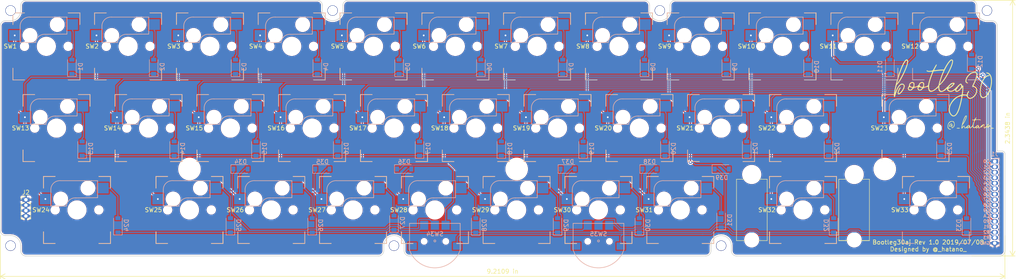
<source format=kicad_pcb>
(kicad_pcb (version 20171130) (host pcbnew "(5.1.2)-2")
  (layers (0 F.Cu signal) (31 B.Cu signal) (34 B.Paste user hide) (35 F.Paste user hide) (36 B.SilkS user) (37 F.SilkS user) (38 B.Mask user) (39 F.Mask user) (44 Edge.Cuts user))
  (net 0 "")
  (net 1 GND)
  (net 2 R1)
  (net 3 "Net-(D7-Pad2)")
  (net 4 "Net-(D8-Pad2)")
  (net 5 "Net-(D9-Pad2)")
  (net 6 "Net-(D10-Pad2)")
  (net 7 "Net-(D11-Pad2)")
  (net 8 "Net-(D12-Pad2)")
  (net 9 "Net-(D13-Pad2)")
  (net 10 R2)
  (net 11 "Net-(D14-Pad2)")
  (net 12 "Net-(D15-Pad2)")
  (net 13 "Net-(D16-Pad2)")
  (net 14 "Net-(D17-Pad2)")
  (net 15 "Net-(D18-Pad2)")
  (net 16 "Net-(D19-Pad2)")
  (net 17 "Net-(D20-Pad2)")
  (net 18 "Net-(D21-Pad2)")
  (net 19 "Net-(D22-Pad2)")
  (net 20 "Net-(D23-Pad2)")
  (net 21 "Net-(D24-Pad2)")
  (net 22 "Net-(D25-Pad2)")
  (net 23 "Net-(D26-Pad2)")
  (net 24 "Net-(D27-Pad2)")
  (net 25 "Net-(D28-Pad2)")
  (net 26 "Net-(D29-Pad2)")
  (net 27 "Net-(D30-Pad2)")
  (net 28 "Net-(D31-Pad2)")
  (net 29 C0)
  (net 30 C1)
  (net 31 C2)
  (net 32 C3)
  (net 33 C4)
  (net 34 C5)
  (net 35 C6)
  (net 36 "Net-(D1-Pad2)")
  (net 37 "Net-(D2-Pad2)")
  (net 38 "Net-(D3-Pad2)")
  (net 39 "Net-(D4-Pad2)")
  (net 40 "Net-(D5-Pad2)")
  (net 41 "Net-(D6-Pad2)")
  (net 42 C7)
  (net 43 C8)
  (net 44 C9)
  (net 45 C10)
  (net 46 R0)
  (net 47 "Net-(D34-Pad1)")
  (net 48 "Net-(D35-Pad1)")
  (net 49 "Net-(D36-Pad1)")
  (net 50 "Net-(D37-Pad1)")
  (net 51 "Net-(D32-Pad2)")
  (net 52 "Net-(D38-Pad1)")
  (net 53 "Net-(D33-Pad2)")
  (net 54 "Net-(D39-Pad1)")
  (net 55 R3)
  (module cscslib:CPG151101S11_1.25u (layer F.Cu) (at 232.17217 66.675216)
    (fp_text reference SW33 (at -8.4 0 180) (layer F.SilkS))
    (fp_text value SW_Push hide)
    (pad "" np_thru_hole circle (at -3.81 -2.54) (size 3 3) (drill 3) (layers *.Cu *.Mask))
    (pad "" np_thru_hole circle (at -5.08 0) (size 1.7018 1.7018) (drill 1.7018) (layers *.Cu *.Mask))
    (pad "" np_thru_hole circle (at 5.08 0) (size 1.7018 1.7018) (drill 1.7018) (layers *.Cu *.Mask))
    (pad "" np_thru_hole circle (at 2.54 -5.08) (size 3 3) (drill 3) (layers *.Cu *.Mask))
    (pad "" np_thru_hole circle (at 0 0) (size 3.9878 3.9878) (drill 3.9878) (layers *.Cu *.Mask))
    (pad 1 smd rect (at -7.385 -2.54) (size 2.55 2.5) (layers B.Cu B.Paste B.Mask) (net 45 C10))
    (pad 2 smd rect (at 6.115 -5.08 180) (size 2.55 2.5) (layers B.Cu B.Paste B.Mask) (net 53 "Net-(D33-Pad2)"))
  )
  (module cscslib:CPG151101S11_1.75u (layer F.Cu) (at 227.409666 47.6252)
    (fp_text reference SW23 (at -8.4 0 180) (layer F.SilkS))
    (fp_text value SW_Push hide)
    (pad "" np_thru_hole circle (at -3.81 -2.54) (size 3 3) (drill 3) (layers *.Cu *.Mask))
    (pad "" np_thru_hole circle (at -5.08 0) (size 1.7018 1.7018) (drill 1.7018) (layers *.Cu *.Mask))
    (pad "" np_thru_hole circle (at 5.08 0) (size 1.7018 1.7018) (drill 1.7018) (layers *.Cu *.Mask))
    (pad "" np_thru_hole circle (at 2.54 -5.08) (size 3 3) (drill 3) (layers *.Cu *.Mask))
    (pad "" np_thru_hole circle (at 0 0) (size 3.9878 3.9878) (drill 3.9878) (layers *.Cu *.Mask))
    (pad 1 smd rect (at -7.385 -2.54) (size 2.55 2.5) (layers B.Cu B.Paste B.Mask) (net 45 C10))
    (pad 2 smd rect (at 6.115 -5.08 180) (size 2.55 2.5) (layers B.Cu B.Paste B.Mask) (net 20 "Net-(D23-Pad2)"))
  )
  (module cscslib:CPG151101S11_1u (layer F.Cu) (at 234.553422 28.575184)
    (fp_text reference SW12 (at -8.4 0 180) (layer F.SilkS))
    (fp_text value SW_Push hide)
    (pad "" np_thru_hole circle (at -3.81 -2.54) (size 3 3) (drill 3) (layers *.Cu *.Mask))
    (pad "" np_thru_hole circle (at -5.08 0) (size 1.7018 1.7018) (drill 1.7018) (layers *.Cu *.Mask))
    (pad "" np_thru_hole circle (at 5.08 0) (size 1.7018 1.7018) (drill 1.7018) (layers *.Cu *.Mask))
    (pad "" np_thru_hole circle (at 2.54 -5.08) (size 3 3) (drill 3) (layers *.Cu *.Mask))
    (pad "" np_thru_hole circle (at 0 0) (size 3.9878 3.9878) (drill 3.9878) (layers *.Cu *.Mask))
    (pad 1 smd rect (at -7.385 -2.54) (size 2.55 2.5) (layers B.Cu B.Paste B.Mask) (net 45 C10))
    (pad 2 smd rect (at 6.115 -5.08 180) (size 2.55 2.5) (layers B.Cu B.Paste B.Mask) (net 8 "Net-(D12-Pad2)"))
  )
  (module cscslib:auther (layer F.Cu) (at 250.0316 52.982929)
    (fp_text reference G*** hide)
    (fp_text value LOGO hide)
  )
  (module cscslib:logo (layer F.Cu) (at 233.958149 38.100104)
    (fp_text reference G*** hide)
    (fp_text value LOGO hide)
  )
  (module cscslib:CPG151101S11_2u_RS (layer F.Cu) (at 201.215894 66.675216)
    (fp_text reference SW32 (at -8.4 0 180) (layer F.SilkS))
    (fp_text value SW_Push hide)
    (pad "" np_thru_hole circle (at 11.938 6.985) (size 3.048 3.048) (drill 3.048) (layers *.Cu *.Mask))
    (pad "" np_thru_hole circle (at 11.938 -8.255) (size 3.9878 3.9878) (drill 3.9878) (layers *.Cu *.Mask))
    (pad "" np_thru_hole circle (at -11.938 -8.255) (size 3.9878 3.9878) (drill 3.9878) (layers *.Cu *.Mask))
    (pad "" np_thru_hole circle (at -11.938 6.985) (size 3.048 3.048) (drill 3.048) (layers *.Cu *.Mask))
    (pad "" np_thru_hole circle (at -3.81 -2.54) (size 3 3) (drill 3) (layers *.Cu *.Mask))
    (pad "" np_thru_hole circle (at -5.08 0) (size 1.7018 1.7018) (drill 1.7018) (layers *.Cu *.Mask))
    (pad "" np_thru_hole circle (at 5.08 0) (size 1.7018 1.7018) (drill 1.7018) (layers *.Cu *.Mask))
    (pad "" np_thru_hole circle (at 2.54 -5.08) (size 3 3) (drill 3) (layers *.Cu *.Mask))
    (pad "" np_thru_hole circle (at 0 0) (size 3.9878 3.9878) (drill 3.9878) (layers *.Cu *.Mask))
    (pad 1 smd rect (at -7.385 -2.54) (size 2.55 2.5) (layers B.Cu B.Paste B.Mask) (net 44 C9))
    (pad 2 smd rect (at 6.115 -5.08 180) (size 2.55 2.5) (layers B.Cu B.Paste B.Mask) (net 51 "Net-(D32-Pad2)"))
  )
  (module cscslib:CPG151101S11_1u (layer F.Cu) (at 201.215894 47.6252)
    (fp_text reference SW22 (at -8.4 0 180) (layer F.SilkS))
    (fp_text value SW_Push hide)
    (pad "" np_thru_hole circle (at -3.81 -2.54) (size 3 3) (drill 3) (layers *.Cu *.Mask))
    (pad "" np_thru_hole circle (at -5.08 0) (size 1.7018 1.7018) (drill 1.7018) (layers *.Cu *.Mask))
    (pad "" np_thru_hole circle (at 5.08 0) (size 1.7018 1.7018) (drill 1.7018) (layers *.Cu *.Mask))
    (pad "" np_thru_hole circle (at 2.54 -5.08) (size 3 3) (drill 3) (layers *.Cu *.Mask))
    (pad "" np_thru_hole circle (at 0 0) (size 3.9878 3.9878) (drill 3.9878) (layers *.Cu *.Mask))
    (pad 1 smd rect (at -7.385 -2.54) (size 2.55 2.5) (layers B.Cu B.Paste B.Mask) (net 44 C9))
    (pad 2 smd rect (at 6.115 -5.08 180) (size 2.55 2.5) (layers B.Cu B.Paste B.Mask) (net 19 "Net-(D22-Pad2)"))
  )
  (module cscslib:THMU27 (layer B.Cu) (at 153.590754 73.79703)
    (fp_text reference SW35 (at 0 -1.524 180) (layer B.SilkS) (effects (justify mirror)))
    (fp_text value TMHU27)
    (pad E smd rect (at -5.2 1.3) (size 2 1.7) (layers B.Cu B.Paste B.Mask))
    (pad C smd rect (at 5.2 1.3) (size 2 1.7) (layers B.Cu B.Paste B.Mask) (net 55 R3))
    (pad 1 smd trapezoid (at -2.5 -3.55) (size 1.9 2.1) (layers B.Cu B.Paste B.Mask) (net 50 "Net-(D37-Pad1)"))
    (pad T smd rect (at 0 -3.55) (size 1.9 2.1) (layers B.Cu B.Paste B.Mask) (net 52 "Net-(D38-Pad1)"))
    (pad 2 smd rect (at 2.5 -3.55) (size 1.9 2.1) (layers B.Cu B.Paste B.Mask) (net 54 "Net-(D39-Pad1)"))
    (pad "" np_thru_hole circle (at -2.5 0.2) (size 1.1 1.1) (drill 1.1) (layers *.Cu *.Mask))
    (pad "" np_thru_hole circle (at 2.55 0.2) (size 1.1 1.1) (drill 1.1) (layers *.Cu *.Mask))
  )
  (module cscslib:THMU27 (layer B.Cu) (at 115.490722 73.79703)
    (fp_text reference SW34 (at 0 -1.524) (layer B.SilkS) (effects (justify mirror)))
    (fp_text value TMHU27)
    (pad E smd rect (at -5.2 1.3) (size 2 1.7) (layers B.Cu B.Paste B.Mask))
    (pad C smd rect (at 5.2 1.3) (size 2 1.7) (layers B.Cu B.Paste B.Mask) (net 55 R3))
    (pad 1 smd trapezoid (at -2.5 -3.55) (size 1.9 2.1) (layers B.Cu B.Paste B.Mask) (net 47 "Net-(D34-Pad1)"))
    (pad T smd rect (at 0 -3.55) (size 1.9 2.1) (layers B.Cu B.Paste B.Mask) (net 48 "Net-(D35-Pad1)"))
    (pad 2 smd rect (at 2.5 -3.55) (size 1.9 2.1) (layers B.Cu B.Paste B.Mask) (net 49 "Net-(D36-Pad1)"))
    (pad "" np_thru_hole circle (at -2.5 0.2) (size 1.1 1.1) (drill 1.1) (layers *.Cu *.Mask))
    (pad "" np_thru_hole circle (at 2.55 0.2) (size 1.1 1.1) (drill 1.1) (layers *.Cu *.Mask))
  )
  (module cscslib:CPG151101S11_1u (layer F.Cu) (at 153.590854 66.67528)
    (fp_text reference SW30 (at -8.4 0 180) (layer F.SilkS))
    (fp_text value SW_Push hide)
    (pad "" np_thru_hole circle (at -3.81 -2.54) (size 3 3) (drill 3) (layers *.Cu *.Mask))
    (pad "" np_thru_hole circle (at -5.08 0) (size 1.7018 1.7018) (drill 1.7018) (layers *.Cu *.Mask))
    (pad "" np_thru_hole circle (at 5.08 0) (size 1.7018 1.7018) (drill 1.7018) (layers *.Cu *.Mask))
    (pad "" np_thru_hole circle (at 2.54 -5.08) (size 3 3) (drill 3) (layers *.Cu *.Mask))
    (pad "" np_thru_hole circle (at 0 0) (size 3.9878 3.9878) (drill 3.9878) (layers *.Cu *.Mask))
    (pad 1 smd rect (at -7.385 -2.54) (size 2.55 2.5) (layers B.Cu B.Paste B.Mask) (net 35 C6))
    (pad 2 smd rect (at 6.115 -5.08 180) (size 2.55 2.5) (layers B.Cu B.Paste B.Mask) (net 27 "Net-(D30-Pad2)"))
  )
  (module cscslib:CPG151101S11_1u (layer F.Cu) (at 172.64087 66.67528)
    (fp_text reference SW31 (at -8.4 0 180) (layer F.SilkS))
    (fp_text value SW_Push hide)
    (pad "" np_thru_hole circle (at -3.81 -2.54) (size 3 3) (drill 3) (layers *.Cu *.Mask))
    (pad "" np_thru_hole circle (at -5.08 0) (size 1.7018 1.7018) (drill 1.7018) (layers *.Cu *.Mask))
    (pad "" np_thru_hole circle (at 5.08 0) (size 1.7018 1.7018) (drill 1.7018) (layers *.Cu *.Mask))
    (pad "" np_thru_hole circle (at 2.54 -5.08) (size 3 3) (drill 3) (layers *.Cu *.Mask))
    (pad "" np_thru_hole circle (at 0 0) (size 3.9878 3.9878) (drill 3.9878) (layers *.Cu *.Mask))
    (pad 1 smd rect (at -7.385 -2.54) (size 2.55 2.5) (layers B.Cu B.Paste B.Mask) (net 42 C7))
    (pad 2 smd rect (at 6.115 -5.08 180) (size 2.55 2.5) (layers B.Cu B.Paste B.Mask) (net 28 "Net-(D31-Pad2)"))
  )
  (module cscslib:CPG151101S11_1u (layer F.Cu) (at 48.815766 47.6252)
    (fp_text reference SW14 (at -8.4 0 180) (layer F.SilkS))
    (fp_text value SW_Push hide)
    (pad "" np_thru_hole circle (at -3.81 -2.54) (size 3 3) (drill 3) (layers *.Cu *.Mask))
    (pad "" np_thru_hole circle (at -5.08 0) (size 1.7018 1.7018) (drill 1.7018) (layers *.Cu *.Mask))
    (pad "" np_thru_hole circle (at 5.08 0) (size 1.7018 1.7018) (drill 1.7018) (layers *.Cu *.Mask))
    (pad "" np_thru_hole circle (at 2.54 -5.08) (size 3 3) (drill 3) (layers *.Cu *.Mask))
    (pad "" np_thru_hole circle (at 0 0) (size 3.9878 3.9878) (drill 3.9878) (layers *.Cu *.Mask))
    (pad 1 smd rect (at -7.385 -2.54) (size 2.55 2.5) (layers B.Cu B.Paste B.Mask) (net 30 C1))
    (pad 2 smd rect (at 6.115 -5.08 180) (size 2.55 2.5) (layers B.Cu B.Paste B.Mask) (net 11 "Net-(D14-Pad2)"))
  )
  (module cscslib:CPG151101S11_1u (layer F.Cu) (at 182.165878 47.6252)
    (fp_text reference SW21 (at -8.4 0 180) (layer F.SilkS))
    (fp_text value SW_Push hide)
    (pad "" np_thru_hole circle (at -3.81 -2.54) (size 3 3) (drill 3) (layers *.Cu *.Mask))
    (pad "" np_thru_hole circle (at -5.08 0) (size 1.7018 1.7018) (drill 1.7018) (layers *.Cu *.Mask))
    (pad "" np_thru_hole circle (at 5.08 0) (size 1.7018 1.7018) (drill 1.7018) (layers *.Cu *.Mask))
    (pad "" np_thru_hole circle (at 2.54 -5.08) (size 3 3) (drill 3) (layers *.Cu *.Mask))
    (pad "" np_thru_hole circle (at 0 0) (size 3.9878 3.9878) (drill 3.9878) (layers *.Cu *.Mask))
    (pad 1 smd rect (at -7.385 -2.54) (size 2.55 2.5) (layers B.Cu B.Paste B.Mask) (net 43 C8))
    (pad 2 smd rect (at 6.115 -5.08 180) (size 2.55 2.5) (layers B.Cu B.Paste B.Mask) (net 18 "Net-(D21-Pad2)"))
  )
  (module cscslib:CPG151101S11_1u (layer F.Cu) (at 163.115862 47.6252)
    (fp_text reference SW20 (at -8.4 0 180) (layer F.SilkS))
    (fp_text value SW_Push hide)
    (pad "" np_thru_hole circle (at -3.81 -2.54) (size 3 3) (drill 3) (layers *.Cu *.Mask))
    (pad "" np_thru_hole circle (at -5.08 0) (size 1.7018 1.7018) (drill 1.7018) (layers *.Cu *.Mask))
    (pad "" np_thru_hole circle (at 5.08 0) (size 1.7018 1.7018) (drill 1.7018) (layers *.Cu *.Mask))
    (pad "" np_thru_hole circle (at 2.54 -5.08) (size 3 3) (drill 3) (layers *.Cu *.Mask))
    (pad "" np_thru_hole circle (at 0 0) (size 3.9878 3.9878) (drill 3.9878) (layers *.Cu *.Mask))
    (pad 1 smd rect (at -7.385 -2.54) (size 2.55 2.5) (layers B.Cu B.Paste B.Mask) (net 42 C7))
    (pad 2 smd rect (at 6.115 -5.08 180) (size 2.55 2.5) (layers B.Cu B.Paste B.Mask) (net 17 "Net-(D20-Pad2)"))
  )
  (module cscslib:CPG151101S11_1u (layer F.Cu) (at 144.065846 47.6252)
    (fp_text reference SW19 (at -8.4 0 180) (layer F.SilkS))
    (fp_text value SW_Push hide)
    (pad "" np_thru_hole circle (at -3.81 -2.54) (size 3 3) (drill 3) (layers *.Cu *.Mask))
    (pad "" np_thru_hole circle (at -5.08 0) (size 1.7018 1.7018) (drill 1.7018) (layers *.Cu *.Mask))
    (pad "" np_thru_hole circle (at 5.08 0) (size 1.7018 1.7018) (drill 1.7018) (layers *.Cu *.Mask))
    (pad "" np_thru_hole circle (at 2.54 -5.08) (size 3 3) (drill 3) (layers *.Cu *.Mask))
    (pad "" np_thru_hole circle (at 0 0) (size 3.9878 3.9878) (drill 3.9878) (layers *.Cu *.Mask))
    (pad 1 smd rect (at -7.385 -2.54) (size 2.55 2.5) (layers B.Cu B.Paste B.Mask) (net 35 C6))
    (pad 2 smd rect (at 6.115 -5.08 180) (size 2.55 2.5) (layers B.Cu B.Paste B.Mask) (net 16 "Net-(D19-Pad2)"))
  )
  (module cscslib:CPG151101S11_1u (layer F.Cu) (at 125.01583 47.6252)
    (fp_text reference SW18 (at -8.4 0 180) (layer F.SilkS))
    (fp_text value SW_Push hide)
    (pad "" np_thru_hole circle (at -3.81 -2.54) (size 3 3) (drill 3) (layers *.Cu *.Mask))
    (pad "" np_thru_hole circle (at -5.08 0) (size 1.7018 1.7018) (drill 1.7018) (layers *.Cu *.Mask))
    (pad "" np_thru_hole circle (at 5.08 0) (size 1.7018 1.7018) (drill 1.7018) (layers *.Cu *.Mask))
    (pad "" np_thru_hole circle (at 2.54 -5.08) (size 3 3) (drill 3) (layers *.Cu *.Mask))
    (pad "" np_thru_hole circle (at 0 0) (size 3.9878 3.9878) (drill 3.9878) (layers *.Cu *.Mask))
    (pad 1 smd rect (at -7.385 -2.54) (size 2.55 2.5) (layers B.Cu B.Paste B.Mask) (net 34 C5))
    (pad 2 smd rect (at 6.115 -5.08 180) (size 2.55 2.5) (layers B.Cu B.Paste B.Mask) (net 15 "Net-(D18-Pad2)"))
  )
  (module cscslib:CPG151101S11_1u (layer F.Cu) (at 105.965814 47.6252)
    (fp_text reference SW17 (at -8.4 0 180) (layer F.SilkS))
    (fp_text value SW_Push hide)
    (pad "" np_thru_hole circle (at -3.81 -2.54) (size 3 3) (drill 3) (layers *.Cu *.Mask))
    (pad "" np_thru_hole circle (at -5.08 0) (size 1.7018 1.7018) (drill 1.7018) (layers *.Cu *.Mask))
    (pad "" np_thru_hole circle (at 5.08 0) (size 1.7018 1.7018) (drill 1.7018) (layers *.Cu *.Mask))
    (pad "" np_thru_hole circle (at 2.54 -5.08) (size 3 3) (drill 3) (layers *.Cu *.Mask))
    (pad "" np_thru_hole circle (at 0 0) (size 3.9878 3.9878) (drill 3.9878) (layers *.Cu *.Mask))
    (pad 1 smd rect (at -7.385 -2.54) (size 2.55 2.5) (layers B.Cu B.Paste B.Mask) (net 33 C4))
    (pad 2 smd rect (at 6.115 -5.08 180) (size 2.55 2.5) (layers B.Cu B.Paste B.Mask) (net 14 "Net-(D17-Pad2)"))
  )
  (module cscslib:CPG151101S11_1u (layer F.Cu) (at 86.915798 47.6252)
    (fp_text reference SW16 (at -8.4 0 180) (layer F.SilkS))
    (fp_text value SW_Push hide)
    (pad "" np_thru_hole circle (at -3.81 -2.54) (size 3 3) (drill 3) (layers *.Cu *.Mask))
    (pad "" np_thru_hole circle (at -5.08 0) (size 1.7018 1.7018) (drill 1.7018) (layers *.Cu *.Mask))
    (pad "" np_thru_hole circle (at 5.08 0) (size 1.7018 1.7018) (drill 1.7018) (layers *.Cu *.Mask))
    (pad "" np_thru_hole circle (at 2.54 -5.08) (size 3 3) (drill 3) (layers *.Cu *.Mask))
    (pad "" np_thru_hole circle (at 0 0) (size 3.9878 3.9878) (drill 3.9878) (layers *.Cu *.Mask))
    (pad 1 smd rect (at -7.385 -2.54) (size 2.55 2.5) (layers B.Cu B.Paste B.Mask) (net 32 C3))
    (pad 2 smd rect (at 6.115 -5.08 180) (size 2.55 2.5) (layers B.Cu B.Paste B.Mask) (net 13 "Net-(D16-Pad2)"))
  )
  (module cscslib:CPG151101S11_1u (layer F.Cu) (at 67.865782 47.6252)
    (fp_text reference SW15 (at -8.4 0 180) (layer F.SilkS))
    (fp_text value SW_Push hide)
    (pad "" np_thru_hole circle (at -3.81 -2.54) (size 3 3) (drill 3) (layers *.Cu *.Mask))
    (pad "" np_thru_hole circle (at -5.08 0) (size 1.7018 1.7018) (drill 1.7018) (layers *.Cu *.Mask))
    (pad "" np_thru_hole circle (at 5.08 0) (size 1.7018 1.7018) (drill 1.7018) (layers *.Cu *.Mask))
    (pad "" np_thru_hole circle (at 2.54 -5.08) (size 3 3) (drill 3) (layers *.Cu *.Mask))
    (pad "" np_thru_hole circle (at 0 0) (size 3.9878 3.9878) (drill 3.9878) (layers *.Cu *.Mask))
    (pad 1 smd rect (at -7.385 -2.54) (size 2.55 2.5) (layers B.Cu B.Paste B.Mask) (net 31 C2))
    (pad 2 smd rect (at 6.115 -5.08 180) (size 2.55 2.5) (layers B.Cu B.Paste B.Mask) (net 12 "Net-(D15-Pad2)"))
  )
  (module cscslib:CPG151101S11_1u (layer F.Cu) (at 134.540838 66.67528)
    (fp_text reference SW29 (at -8.4 0 180) (layer F.SilkS))
    (fp_text value SW_Push hide)
    (pad "" np_thru_hole circle (at -3.81 -2.54) (size 3 3) (drill 3) (layers *.Cu *.Mask))
    (pad "" np_thru_hole circle (at -5.08 0) (size 1.7018 1.7018) (drill 1.7018) (layers *.Cu *.Mask))
    (pad "" np_thru_hole circle (at 5.08 0) (size 1.7018 1.7018) (drill 1.7018) (layers *.Cu *.Mask))
    (pad "" np_thru_hole circle (at 2.54 -5.08) (size 3 3) (drill 3) (layers *.Cu *.Mask))
    (pad "" np_thru_hole circle (at 0 0) (size 3.9878 3.9878) (drill 3.9878) (layers *.Cu *.Mask))
    (pad 1 smd rect (at -7.385 -2.54) (size 2.55 2.5) (layers B.Cu B.Paste B.Mask) (net 34 C5))
    (pad 2 smd rect (at 6.115 -5.08 180) (size 2.55 2.5) (layers B.Cu B.Paste B.Mask) (net 26 "Net-(D29-Pad2)"))
  )
  (module cscslib:CPG151101S11_1u (layer F.Cu) (at 115.490822 66.675056)
    (fp_text reference SW28 (at -8.4 0 180) (layer F.SilkS))
    (fp_text value SW_Push hide)
    (pad "" np_thru_hole circle (at -3.81 -2.54) (size 3 3) (drill 3) (layers *.Cu *.Mask))
    (pad "" np_thru_hole circle (at -5.08 0) (size 1.7018 1.7018) (drill 1.7018) (layers *.Cu *.Mask))
    (pad "" np_thru_hole circle (at 5.08 0) (size 1.7018 1.7018) (drill 1.7018) (layers *.Cu *.Mask))
    (pad "" np_thru_hole circle (at 2.54 -5.08) (size 3 3) (drill 3) (layers *.Cu *.Mask))
    (pad "" np_thru_hole circle (at 0 0) (size 3.9878 3.9878) (drill 3.9878) (layers *.Cu *.Mask))
    (pad 1 smd rect (at -7.385 -2.54) (size 2.55 2.5) (layers B.Cu B.Paste B.Mask) (net 33 C4))
    (pad 2 smd rect (at 6.115 -5.08 180) (size 2.55 2.5) (layers B.Cu B.Paste B.Mask) (net 25 "Net-(D28-Pad2)"))
  )
  (module cscslib:CPG151101S11_1u (layer F.Cu) (at 96.440806 66.675216)
    (fp_text reference SW27 (at -8.4 0 180) (layer F.SilkS))
    (fp_text value SW_Push hide)
    (pad "" np_thru_hole circle (at -3.81 -2.54) (size 3 3) (drill 3) (layers *.Cu *.Mask))
    (pad "" np_thru_hole circle (at -5.08 0) (size 1.7018 1.7018) (drill 1.7018) (layers *.Cu *.Mask))
    (pad "" np_thru_hole circle (at 5.08 0) (size 1.7018 1.7018) (drill 1.7018) (layers *.Cu *.Mask))
    (pad "" np_thru_hole circle (at 2.54 -5.08) (size 3 3) (drill 3) (layers *.Cu *.Mask))
    (pad "" np_thru_hole circle (at 0 0) (size 3.9878 3.9878) (drill 3.9878) (layers *.Cu *.Mask))
    (pad 1 smd rect (at -7.385 -2.54) (size 2.55 2.5) (layers B.Cu B.Paste B.Mask) (net 32 C3))
    (pad 2 smd rect (at 6.115 -5.08 180) (size 2.55 2.5) (layers B.Cu B.Paste B.Mask) (net 24 "Net-(D27-Pad2)"))
  )
  (module cscslib:CPG151101S11_1u (layer F.Cu) (at 77.39079 66.675216)
    (fp_text reference SW26 (at -8.4 0 180) (layer F.SilkS))
    (fp_text value SW_Push hide)
    (pad "" np_thru_hole circle (at -3.81 -2.54) (size 3 3) (drill 3) (layers *.Cu *.Mask))
    (pad "" np_thru_hole circle (at -5.08 0) (size 1.7018 1.7018) (drill 1.7018) (layers *.Cu *.Mask))
    (pad "" np_thru_hole circle (at 5.08 0) (size 1.7018 1.7018) (drill 1.7018) (layers *.Cu *.Mask))
    (pad "" np_thru_hole circle (at 2.54 -5.08) (size 3 3) (drill 3) (layers *.Cu *.Mask))
    (pad "" np_thru_hole circle (at 0 0) (size 3.9878 3.9878) (drill 3.9878) (layers *.Cu *.Mask))
    (pad 1 smd rect (at -7.385 -2.54) (size 2.55 2.5) (layers B.Cu B.Paste B.Mask) (net 31 C2))
    (pad 2 smd rect (at 6.115 -5.08 180) (size 2.55 2.5) (layers B.Cu B.Paste B.Mask) (net 23 "Net-(D26-Pad2)"))
  )
  (module cscslib:CPG151101S11_1u (layer F.Cu) (at 58.340774 66.675216)
    (fp_text reference SW25 (at -8.4 0 180) (layer F.SilkS))
    (fp_text value SW_Push hide)
    (pad "" np_thru_hole circle (at -3.81 -2.54) (size 3 3) (drill 3) (layers *.Cu *.Mask))
    (pad "" np_thru_hole circle (at -5.08 0) (size 1.7018 1.7018) (drill 1.7018) (layers *.Cu *.Mask))
    (pad "" np_thru_hole circle (at 5.08 0) (size 1.7018 1.7018) (drill 1.7018) (layers *.Cu *.Mask))
    (pad "" np_thru_hole circle (at 2.54 -5.08) (size 3 3) (drill 3) (layers *.Cu *.Mask))
    (pad "" np_thru_hole circle (at 0 0) (size 3.9878 3.9878) (drill 3.9878) (layers *.Cu *.Mask))
    (pad 1 smd rect (at -7.385 -2.54) (size 2.55 2.5) (layers B.Cu B.Paste B.Mask) (net 30 C1))
    (pad 2 smd rect (at 6.115 -5.08 180) (size 2.55 2.5) (layers B.Cu B.Paste B.Mask) (net 22 "Net-(D25-Pad2)"))
  )
  (module cscslib:CPG151101S11_1u (layer F.Cu) (at 215.504078 28.57512)
    (fp_text reference SW11 (at -8.4 0 180) (layer F.SilkS))
    (fp_text value SW_Push hide)
    (pad "" np_thru_hole circle (at -3.81 -2.54) (size 3 3) (drill 3) (layers *.Cu *.Mask))
    (pad "" np_thru_hole circle (at -5.08 0) (size 1.7018 1.7018) (drill 1.7018) (layers *.Cu *.Mask))
    (pad "" np_thru_hole circle (at 5.08 0) (size 1.7018 1.7018) (drill 1.7018) (layers *.Cu *.Mask))
    (pad "" np_thru_hole circle (at 2.54 -5.08) (size 3 3) (drill 3) (layers *.Cu *.Mask))
    (pad "" np_thru_hole circle (at 0 0) (size 3.9878 3.9878) (drill 3.9878) (layers *.Cu *.Mask))
    (pad 1 smd rect (at -7.385 -2.54) (size 2.55 2.5) (layers B.Cu B.Paste B.Mask) (net 45 C10))
    (pad 2 smd rect (at 6.115 -5.08 180) (size 2.55 2.5) (layers B.Cu B.Paste B.Mask) (net 7 "Net-(D11-Pad2)"))
  )
  (module cscslib:CPG151101S11_1u (layer F.Cu) (at 196.453998 28.57512)
    (fp_text reference SW10 (at -8.4 0 180) (layer F.SilkS))
    (fp_text value SW_Push hide)
    (pad "" np_thru_hole circle (at -3.81 -2.54) (size 3 3) (drill 3) (layers *.Cu *.Mask))
    (pad "" np_thru_hole circle (at -5.08 0) (size 1.7018 1.7018) (drill 1.7018) (layers *.Cu *.Mask))
    (pad "" np_thru_hole circle (at 5.08 0) (size 1.7018 1.7018) (drill 1.7018) (layers *.Cu *.Mask))
    (pad "" np_thru_hole circle (at 2.54 -5.08) (size 3 3) (drill 3) (layers *.Cu *.Mask))
    (pad "" np_thru_hole circle (at 0 0) (size 3.9878 3.9878) (drill 3.9878) (layers *.Cu *.Mask))
    (pad 1 smd rect (at -7.385 -2.54) (size 2.55 2.5) (layers B.Cu B.Paste B.Mask) (net 44 C9))
    (pad 2 smd rect (at 6.115 -5.08 180) (size 2.55 2.5) (layers B.Cu B.Paste B.Mask) (net 6 "Net-(D10-Pad2)"))
  )
  (module cscslib:CPG151101S11_1u (layer F.Cu) (at 177.403918 28.57512)
    (fp_text reference SW9 (at -8.4 0 180) (layer F.SilkS))
    (fp_text value SW_Push hide)
    (pad "" np_thru_hole circle (at -3.81 -2.54) (size 3 3) (drill 3) (layers *.Cu *.Mask))
    (pad "" np_thru_hole circle (at -5.08 0) (size 1.7018 1.7018) (drill 1.7018) (layers *.Cu *.Mask))
    (pad "" np_thru_hole circle (at 5.08 0) (size 1.7018 1.7018) (drill 1.7018) (layers *.Cu *.Mask))
    (pad "" np_thru_hole circle (at 2.54 -5.08) (size 3 3) (drill 3) (layers *.Cu *.Mask))
    (pad "" np_thru_hole circle (at 0 0) (size 3.9878 3.9878) (drill 3.9878) (layers *.Cu *.Mask))
    (pad 1 smd rect (at -7.385 -2.54) (size 2.55 2.5) (layers B.Cu B.Paste B.Mask) (net 43 C8))
    (pad 2 smd rect (at 6.115 -5.08 180) (size 2.55 2.5) (layers B.Cu B.Paste B.Mask) (net 5 "Net-(D9-Pad2)"))
  )
  (module cscslib:CPG151101S11_1u (layer F.Cu) (at 158.353838 28.57512)
    (fp_text reference SW8 (at -8.4 0 180) (layer F.SilkS))
    (fp_text value SW_Push hide)
    (pad "" np_thru_hole circle (at -3.81 -2.54) (size 3 3) (drill 3) (layers *.Cu *.Mask))
    (pad "" np_thru_hole circle (at -5.08 0) (size 1.7018 1.7018) (drill 1.7018) (layers *.Cu *.Mask))
    (pad "" np_thru_hole circle (at 5.08 0) (size 1.7018 1.7018) (drill 1.7018) (layers *.Cu *.Mask))
    (pad "" np_thru_hole circle (at 2.54 -5.08) (size 3 3) (drill 3) (layers *.Cu *.Mask))
    (pad "" np_thru_hole circle (at 0 0) (size 3.9878 3.9878) (drill 3.9878) (layers *.Cu *.Mask))
    (pad 1 smd rect (at -7.385 -2.54) (size 2.55 2.5) (layers B.Cu B.Paste B.Mask) (net 42 C7))
    (pad 2 smd rect (at 6.115 -5.08 180) (size 2.55 2.5) (layers B.Cu B.Paste B.Mask) (net 4 "Net-(D8-Pad2)"))
  )
  (module cscslib:CPG151101S11_1u (layer F.Cu) (at 139.303758 28.57512)
    (fp_text reference SW7 (at -8.4 0 180) (layer F.SilkS))
    (fp_text value SW_Push hide)
    (pad "" np_thru_hole circle (at -3.81 -2.54) (size 3 3) (drill 3) (layers *.Cu *.Mask))
    (pad "" np_thru_hole circle (at -5.08 0) (size 1.7018 1.7018) (drill 1.7018) (layers *.Cu *.Mask))
    (pad "" np_thru_hole circle (at 5.08 0) (size 1.7018 1.7018) (drill 1.7018) (layers *.Cu *.Mask))
    (pad "" np_thru_hole circle (at 2.54 -5.08) (size 3 3) (drill 3) (layers *.Cu *.Mask))
    (pad "" np_thru_hole circle (at 0 0) (size 3.9878 3.9878) (drill 3.9878) (layers *.Cu *.Mask))
    (pad 1 smd rect (at -7.385 -2.54) (size 2.55 2.5) (layers B.Cu B.Paste B.Mask) (net 35 C6))
    (pad 2 smd rect (at 6.115 -5.08 180) (size 2.55 2.5) (layers B.Cu B.Paste B.Mask) (net 3 "Net-(D7-Pad2)"))
  )
  (module cscslib:CPG151101S11_1u (layer F.Cu) (at 120.253678 28.57512)
    (fp_text reference SW6 (at -8.4 0 180) (layer F.SilkS))
    (fp_text value SW_Push hide)
    (pad "" np_thru_hole circle (at -3.81 -2.54) (size 3 3) (drill 3) (layers *.Cu *.Mask))
    (pad "" np_thru_hole circle (at -5.08 0) (size 1.7018 1.7018) (drill 1.7018) (layers *.Cu *.Mask))
    (pad "" np_thru_hole circle (at 5.08 0) (size 1.7018 1.7018) (drill 1.7018) (layers *.Cu *.Mask))
    (pad "" np_thru_hole circle (at 2.54 -5.08) (size 3 3) (drill 3) (layers *.Cu *.Mask))
    (pad "" np_thru_hole circle (at 0 0) (size 3.9878 3.9878) (drill 3.9878) (layers *.Cu *.Mask))
    (pad 1 smd rect (at -7.385 -2.54) (size 2.55 2.5) (layers B.Cu B.Paste B.Mask) (net 34 C5))
    (pad 2 smd rect (at 6.115 -5.08 180) (size 2.55 2.5) (layers B.Cu B.Paste B.Mask) (net 41 "Net-(D6-Pad2)"))
  )
  (module cscslib:CPG151101S11_1u (layer F.Cu) (at 101.203598 28.57512)
    (fp_text reference SW5 (at -8.4 0 180) (layer F.SilkS))
    (fp_text value SW_Push hide)
    (pad "" np_thru_hole circle (at -3.81 -2.54) (size 3 3) (drill 3) (layers *.Cu *.Mask))
    (pad "" np_thru_hole circle (at -5.08 0) (size 1.7018 1.7018) (drill 1.7018) (layers *.Cu *.Mask))
    (pad "" np_thru_hole circle (at 5.08 0) (size 1.7018 1.7018) (drill 1.7018) (layers *.Cu *.Mask))
    (pad "" np_thru_hole circle (at 2.54 -5.08) (size 3 3) (drill 3) (layers *.Cu *.Mask))
    (pad "" np_thru_hole circle (at 0 0) (size 3.9878 3.9878) (drill 3.9878) (layers *.Cu *.Mask))
    (pad 1 smd rect (at -7.385 -2.54) (size 2.55 2.5) (layers B.Cu B.Paste B.Mask) (net 33 C4))
    (pad 2 smd rect (at 6.115 -5.08 180) (size 2.55 2.5) (layers B.Cu B.Paste B.Mask) (net 40 "Net-(D5-Pad2)"))
  )
  (module cscslib:CPG151101S11_1u (layer F.Cu) (at 82.153518 28.57512)
    (fp_text reference SW4 (at -8.4 0 180) (layer F.SilkS))
    (fp_text value SW_Push hide)
    (pad "" np_thru_hole circle (at -3.81 -2.54) (size 3 3) (drill 3) (layers *.Cu *.Mask))
    (pad "" np_thru_hole circle (at -5.08 0) (size 1.7018 1.7018) (drill 1.7018) (layers *.Cu *.Mask))
    (pad "" np_thru_hole circle (at 5.08 0) (size 1.7018 1.7018) (drill 1.7018) (layers *.Cu *.Mask))
    (pad "" np_thru_hole circle (at 2.54 -5.08) (size 3 3) (drill 3) (layers *.Cu *.Mask))
    (pad "" np_thru_hole circle (at 0 0) (size 3.9878 3.9878) (drill 3.9878) (layers *.Cu *.Mask))
    (pad 1 smd rect (at -7.385 -2.54) (size 2.55 2.5) (layers B.Cu B.Paste B.Mask) (net 32 C3))
    (pad 2 smd rect (at 6.115 -5.08 180) (size 2.55 2.5) (layers B.Cu B.Paste B.Mask) (net 39 "Net-(D4-Pad2)"))
  )
  (module cscslib:CPG151101S11_1u (layer F.Cu) (at 63.103438 28.57512)
    (fp_text reference SW3 (at -8.4 0 180) (layer F.SilkS))
    (fp_text value SW_Push hide)
    (pad "" np_thru_hole circle (at -3.81 -2.54) (size 3 3) (drill 3) (layers *.Cu *.Mask))
    (pad "" np_thru_hole circle (at -5.08 0) (size 1.7018 1.7018) (drill 1.7018) (layers *.Cu *.Mask))
    (pad "" np_thru_hole circle (at 5.08 0) (size 1.7018 1.7018) (drill 1.7018) (layers *.Cu *.Mask))
    (pad "" np_thru_hole circle (at 2.54 -5.08) (size 3 3) (drill 3) (layers *.Cu *.Mask))
    (pad "" np_thru_hole circle (at 0 0) (size 3.9878 3.9878) (drill 3.9878) (layers *.Cu *.Mask))
    (pad 1 smd rect (at -7.385 -2.54) (size 2.55 2.5) (layers B.Cu B.Paste B.Mask) (net 31 C2))
    (pad 2 smd rect (at 6.115 -5.08 180) (size 2.55 2.5) (layers B.Cu B.Paste B.Mask) (net 38 "Net-(D3-Pad2)"))
  )
  (module cscslib:CPG151101S11_1u (layer F.Cu) (at 44.053358 28.57512)
    (fp_text reference SW2 (at -8.4 0 180) (layer F.SilkS))
    (fp_text value SW_Push hide)
    (pad "" np_thru_hole circle (at -3.81 -2.54) (size 3 3) (drill 3) (layers *.Cu *.Mask))
    (pad "" np_thru_hole circle (at -5.08 0) (size 1.7018 1.7018) (drill 1.7018) (layers *.Cu *.Mask))
    (pad "" np_thru_hole circle (at 5.08 0) (size 1.7018 1.7018) (drill 1.7018) (layers *.Cu *.Mask))
    (pad "" np_thru_hole circle (at 2.54 -5.08) (size 3 3) (drill 3) (layers *.Cu *.Mask))
    (pad "" np_thru_hole circle (at 0 0) (size 3.9878 3.9878) (drill 3.9878) (layers *.Cu *.Mask))
    (pad 1 smd rect (at -7.385 -2.54) (size 2.55 2.5) (layers B.Cu B.Paste B.Mask) (net 30 C1))
    (pad 2 smd rect (at 6.115 -5.08 180) (size 2.55 2.5) (layers B.Cu B.Paste B.Mask) (net 37 "Net-(D2-Pad2)"))
  )
  (module cscslib:CPG151101S11_1u (layer F.Cu) (at 25.003246 28.575184)
    (fp_text reference SW1 (at -8.4 0 180) (layer F.SilkS))
    (fp_text value SW_Push hide)
    (pad "" np_thru_hole circle (at -3.81 -2.54) (size 3 3) (drill 3) (layers *.Cu *.Mask))
    (pad "" np_thru_hole circle (at -5.08 0) (size 1.7018 1.7018) (drill 1.7018) (layers *.Cu *.Mask))
    (pad "" np_thru_hole circle (at 5.08 0) (size 1.7018 1.7018) (drill 1.7018) (layers *.Cu *.Mask))
    (pad "" np_thru_hole circle (at 2.54 -5.08) (size 3 3) (drill 3) (layers *.Cu *.Mask))
    (pad "" np_thru_hole circle (at 0 0) (size 3.9878 3.9878) (drill 3.9878) (layers *.Cu *.Mask))
    (pad 1 smd rect (at -7.385 -2.54) (size 2.55 2.5) (layers B.Cu B.Paste B.Mask) (net 29 C0))
    (pad 2 smd rect (at 6.115 -5.08 180) (size 2.55 2.5) (layers B.Cu B.Paste B.Mask) (net 36 "Net-(D1-Pad2)"))
  )
  (module cscslib:PinHeader_1x16_P1.27mm_Conthrough (layer B.Cu) (at 245.864369 55.364269 180)
    (fp_text reference J1 (at 0 1.695) (layer B.SilkS) (effects (justify mirror)))
    (fp_text value Conn_01x16)
    (pad 16 thru_hole oval (at 0 -19.05 180) (size 1.6 1) (drill 0.8) (layers *.Cu *.Mask) (net 1 GND))
    (pad 15 thru_hole oval (at 0 -17.78 180) (size 1.6 1) (drill 0.8) (layers *.Cu *.Mask) (net 55 R3))
    (pad 14 thru_hole oval (at 0 -16.51 180) (size 1.6 1) (drill 0.8) (layers *.Cu *.Mask) (net 10 R2))
    (pad 13 thru_hole oval (at 0 -15.24 180) (size 1.6 1) (drill 0.8) (layers *.Cu *.Mask) (net 2 R1))
    (pad 12 thru_hole oval (at 0 -13.97 180) (size 1.6 1) (drill 0.8) (layers *.Cu *.Mask) (net 46 R0))
    (pad 11 thru_hole oval (at 0 -12.7 180) (size 1.6 1) (drill 0.8) (layers *.Cu *.Mask) (net 45 C10))
    (pad 10 thru_hole oval (at 0 -11.43 180) (size 1.6 1) (drill 0.8) (layers *.Cu *.Mask) (net 44 C9))
    (pad 9 thru_hole oval (at 0 -10.16 180) (size 1.6 1) (drill 0.8) (layers *.Cu *.Mask) (net 43 C8))
    (pad 8 thru_hole oval (at 0 -8.89 180) (size 1.6 1) (drill 0.8) (layers *.Cu *.Mask) (net 42 C7))
    (pad 7 thru_hole oval (at 0 -7.62 180) (size 1.6 1) (drill 0.8) (layers *.Cu *.Mask) (net 35 C6))
    (pad 6 thru_hole oval (at 0 -6.35 180) (size 1.6 1) (drill 0.8) (layers *.Cu *.Mask) (net 34 C5))
    (pad 5 thru_hole oval (at 0 -5.08 180) (size 1.6 1) (drill 0.8) (layers *.Cu *.Mask) (net 33 C4))
    (pad 4 thru_hole oval (at 0 -3.81 180) (size 1.6 1) (drill 0.8) (layers *.Cu *.Mask) (net 32 C3))
    (pad 3 thru_hole oval (at 0 -2.54 180) (size 1.6 1) (drill 0.8) (layers *.Cu *.Mask) (net 31 C2))
    (pad 2 thru_hole oval (at 0 -1.27 180) (size 1.6 1) (drill 0.8) (layers *.Cu *.Mask) (net 30 C1))
    (pad 1 thru_hole rect (at 0 0 180) (size 1.6 1) (drill 0.8) (layers *.Cu *.Mask) (net 29 C0))
  )
  (module cscslib:HOLE_M2 (layer F.Cu) (at 182.165878 75.009534)
    (fp_text reference H11 hide)
    (fp_text value MountingHole hide)
    (pad "" thru_hole circle (at 0 0) (size 2.4 2.4) (drill 2.2) (layers *.Cu *.Mask) (clearance 0.8))
  )
  (module cscslib:HOLE_M2 (layer F.Cu) (at 105.965814 75.009534)
    (fp_text reference H10 hide)
    (fp_text value MountingHole hide)
    (pad "" thru_hole circle (at 0 0) (size 2.4 2.4) (drill 2.2) (layers *.Cu *.Mask) (clearance 0.8))
  )
  (module cscslib:HOLE_M2 (layer F.Cu) (at 16.669536 75.009534)
    (fp_text reference H9 hide)
    (fp_text value MountingHole hide)
    (pad "" thru_hole circle (at 0 0) (size 2.4 2.4) (drill 2.2) (layers *.Cu *.Mask) (clearance 0.8))
  )
  (module cscslib:HOLE_M2 (layer F.Cu) (at 244.07843 20.240738)
    (fp_text reference H7 hide)
    (fp_text value MountingHole hide)
    (pad "" thru_hole circle (at 0 0) (size 2.4 2.4) (drill 2.2) (layers *.Cu *.Mask) (clearance 0.8))
  )
  (module cscslib:HOLE_M2 (layer F.Cu) (at 167.879038 20.240738)
    (fp_text reference H6 hide)
    (fp_text value MountingHole hide)
    (pad "" thru_hole circle (at 0 0) (size 2.4 2.4) (drill 2.2) (layers *.Cu *.Mask) (clearance 0.8))
  )
  (module cscslib:HOLE_M2 (layer F.Cu) (at 91.678302 20.240738)
    (fp_text reference H5 hide)
    (fp_text value MountingHole hide)
    (pad "" thru_hole circle (at 0 0) (size 2.4 2.4) (drill 2.2) (layers *.Cu *.Mask) (clearance 0.8))
  )
  (module cscslib:HOLE_M2 (layer F.Cu) (at 16.669536 20.240738)
    (fp_text reference H4 hide)
    (fp_text value MountingHole hide)
    (pad "" thru_hole circle (at 0 0) (size 2.4 2.4) (drill 2.2) (layers *.Cu *.Mask) (clearance 0.8))
  )
  (module Diode_SMD:D_SOD-123 (layer B.Cu) (at 239.315926 70.247094 90)
    (fp_text reference D33 (at 0 -1.785939 90) (layer B.SilkS) (effects (justify mirror)))
    (fp_text value D)
    (pad 2 smd rect (at 1.65 0 90) (size 0.9 1.2) (layers B.Cu B.Paste B.Mask) (net 53 "Net-(D33-Pad2)"))
    (pad 1 smd rect (at -1.65 0 90) (size 0.9 1.2) (layers B.Cu B.Paste B.Mask) (net 10 R2))
  )
  (module cscslib:PinHeader_1x04_P1.27mm_Conthrough (layer F.Cu) (at 20.240646 64.29402)
    (fp_text reference J2 (at 0 -1.695) (layer F.SilkS))
    (fp_text value Conn_01x04)
    (pad 4 thru_hole oval (at 0 3.81) (size 1.6 1) (drill 0.8) (layers *.Cu *.Mask) (net 1 GND))
    (pad 3 thru_hole oval (at 0 2.54) (size 1.6 1) (drill 0.8) (layers *.Cu *.Mask) (net 1 GND))
    (pad 2 thru_hole oval (at 0 1.27) (size 1.6 1) (drill 0.8) (layers *.Cu *.Mask) (net 1 GND))
    (pad 1 thru_hole rect (at 0 0) (size 1.6 1) (drill 0.8) (layers *.Cu *.Mask) (net 1 GND))
  )
  (module cscslib:CPG151101S11_1.75u (layer F.Cu) (at 32.147002 66.675216)
    (fp_text reference SW24 (at -8.4 0 180) (layer F.SilkS))
    (fp_text value SW_Push hide)
    (pad "" np_thru_hole circle (at -3.81 -2.54) (size 3 3) (drill 3) (layers *.Cu *.Mask))
    (pad "" np_thru_hole circle (at -5.08 0) (size 1.7018 1.7018) (drill 1.7018) (layers *.Cu *.Mask))
    (pad "" np_thru_hole circle (at 5.08 0) (size 1.7018 1.7018) (drill 1.7018) (layers *.Cu *.Mask))
    (pad "" np_thru_hole circle (at 2.54 -5.08) (size 3 3) (drill 3) (layers *.Cu *.Mask))
    (pad "" np_thru_hole circle (at 0 0) (size 3.9878 3.9878) (drill 3.9878) (layers *.Cu *.Mask))
    (pad 1 smd rect (at -7.385 -2.54) (size 2.55 2.5) (layers B.Cu B.Paste B.Mask) (net 29 C0))
    (pad 2 smd rect (at 6.115 -5.08 180) (size 2.55 2.5) (layers B.Cu B.Paste B.Mask) (net 21 "Net-(D24-Pad2)"))
  )
  (module cscslib:CPG151101S11_1.25u (layer F.Cu) (at 27.384498 47.6252)
    (fp_text reference SW13 (at -8.4 0 180) (layer F.SilkS))
    (fp_text value SW_Push hide)
    (pad "" np_thru_hole circle (at -3.81 -2.54) (size 3 3) (drill 3) (layers *.Cu *.Mask))
    (pad "" np_thru_hole circle (at -5.08 0) (size 1.7018 1.7018) (drill 1.7018) (layers *.Cu *.Mask))
    (pad "" np_thru_hole circle (at 5.08 0) (size 1.7018 1.7018) (drill 1.7018) (layers *.Cu *.Mask))
    (pad "" np_thru_hole circle (at 2.54 -5.08) (size 3 3) (drill 3) (layers *.Cu *.Mask))
    (pad "" np_thru_hole circle (at 0 0) (size 3.9878 3.9878) (drill 3.9878) (layers *.Cu *.Mask))
    (pad 1 smd rect (at -7.385 -2.54) (size 2.55 2.5) (layers B.Cu B.Paste B.Mask) (net 29 C0))
    (pad 2 smd rect (at 6.115 -5.08 180) (size 2.55 2.5) (layers B.Cu B.Paste B.Mask) (net 9 "Net-(D13-Pad2)"))
  )
  (module Diode_SMD:D_SOD-123 (layer B.Cu) (at 182.302489 57.150208)
    (fp_text reference D39 (at 0 2 180) (layer B.SilkS) (effects (justify mirror)))
    (fp_text value D)
    (pad 2 smd rect (at 1.65 0) (size 0.9 1.2) (layers B.Cu B.Paste B.Mask) (net 43 C8))
    (pad 1 smd rect (at -1.65 0) (size 0.9 1.2) (layers B.Cu B.Paste B.Mask) (net 54 "Net-(D39-Pad1)"))
  )
  (module Diode_SMD:D_SOD-123 (layer B.Cu) (at 89.29705 57.150208)
    (fp_text reference D35 (at 0 -1.698578) (layer B.SilkS) (effects (justify mirror)))
    (fp_text value D)
    (pad 2 smd rect (at 1.65 0) (size 0.9 1.2) (layers B.Cu B.Paste B.Mask) (net 32 C3))
    (pad 1 smd rect (at -1.65 0) (size 0.9 1.2) (layers B.Cu B.Paste B.Mask) (net 48 "Net-(D35-Pad1)"))
  )
  (module Diode_SMD:D_SOD-123 (layer B.Cu) (at 165.497114 57.150208)
    (fp_text reference D38 (at 0 -1.698578) (layer B.SilkS) (effects (justify mirror)))
    (fp_text value D)
    (pad 2 smd rect (at 1.65 0) (size 0.9 1.2) (layers B.Cu B.Paste B.Mask) (net 42 C7))
    (pad 1 smd rect (at -1.65 0) (size 0.9 1.2) (layers B.Cu B.Paste B.Mask) (net 52 "Net-(D38-Pad1)"))
  )
  (module Diode_SMD:D_SOD-123 (layer B.Cu) (at 146.447098 57.15024)
    (fp_text reference D37 (at 0 -1.698578) (layer B.SilkS) (effects (justify mirror)))
    (fp_text value D)
    (pad 2 smd rect (at 1.65 0) (size 0.9 1.2) (layers B.Cu B.Paste B.Mask) (net 35 C6))
    (pad 1 smd rect (at -1.65 0) (size 0.9 1.2) (layers B.Cu B.Paste B.Mask) (net 50 "Net-(D37-Pad1)"))
  )
  (module Diode_SMD:D_SOD-123 (layer B.Cu) (at 108.347066 57.150208)
    (fp_text reference D36 (at 0 -1.698578) (layer B.SilkS) (effects (justify mirror)))
    (fp_text value D)
    (pad 2 smd rect (at 1.65 0) (size 0.9 1.2) (layers B.Cu B.Paste B.Mask) (net 33 C4))
    (pad 1 smd rect (at -1.65 0) (size 0.9 1.2) (layers B.Cu B.Paste B.Mask) (net 49 "Net-(D36-Pad1)"))
  )
  (module Diode_SMD:D_SOD-123 (layer B.Cu) (at 70.247034 57.15024)
    (fp_text reference D34 (at 0 -1.698578) (layer B.SilkS) (effects (justify mirror)))
    (fp_text value D)
    (pad 2 smd rect (at 1.65 0) (size 0.9 1.2) (layers B.Cu B.Paste B.Mask) (net 31 C2))
    (pad 1 smd rect (at -1.65 0) (size 0.9 1.2) (layers B.Cu B.Paste B.Mask) (net 47 "Net-(D34-Pad1)"))
  )
  (module Diode_SMD:D_SOD-123 (layer B.Cu) (at 208.35965 70.247094 90)
    (fp_text reference D32 (at 0 -1.698578 90) (layer B.SilkS) (effects (justify mirror)))
    (fp_text value D)
    (pad 2 smd rect (at 1.65 0 90) (size 0.9 1.2) (layers B.Cu B.Paste B.Mask) (net 51 "Net-(D32-Pad2)"))
    (pad 1 smd rect (at -1.65 0 90) (size 0.9 1.2) (layers B.Cu B.Paste B.Mask) (net 10 R2))
  )
  (module cscslib:HOLE_M2_TH (layer F.Cu) (at 58.34087 57.15024)
    (fp_text reference H3 hide)
    (fp_text value MountingHole hide)
    (pad "" np_thru_hole circle (at 0 0 90) (size 4.7004 4.7004) (drill 4.7004) (layers *.Cu *.Mask F.SilkS) (clearance 0.3))
  )
  (module cscslib:HOLE_M2_TH (layer F.Cu) (at 220.266582 57.150144)
    (fp_text reference H2 hide)
    (fp_text value MountingHole hide)
    (pad "" np_thru_hole circle (at 0 0 90) (size 4.7004 4.7004) (drill 4.7004) (layers *.Cu *.Mask F.SilkS) (clearance 0.3))
  )
  (module cscslib:HOLE_M2_TH (layer F.Cu) (at 134.54119 57.15024)
    (fp_text reference H1 hide)
    (fp_text value MountingHole hide)
    (pad "" np_thru_hole circle (at 0 0 90) (size 4.7004 4.7004) (drill 4.7004) (layers *.Cu *.Mask F.SilkS) (clearance 0.3))
  )
  (module Diode_SMD:D_SOD-123 (layer B.Cu) (at 182.165878 69.056404 90)
    (fp_text reference D31 (at 0 2 -90) (layer B.SilkS) (effects (justify mirror)))
    (fp_text value D)
    (pad 2 smd rect (at 1.65 0 90) (size 0.9 1.2) (layers B.Cu B.Paste B.Mask) (net 28 "Net-(D31-Pad2)"))
    (pad 1 smd rect (at -1.65 0 90) (size 0.9 1.2) (layers B.Cu B.Paste B.Mask) (net 10 R2))
  )
  (module Diode_SMD:D_SOD-123 (layer B.Cu) (at 163.115762 70.247094 90)
    (fp_text reference D30 (at 0 2 -90) (layer B.SilkS) (effects (justify mirror)))
    (fp_text value D)
    (pad 2 smd rect (at 1.65 0 90) (size 0.9 1.2) (layers B.Cu B.Paste B.Mask) (net 27 "Net-(D30-Pad2)"))
    (pad 1 smd rect (at -1.65 0 90) (size 0.9 1.2) (layers B.Cu B.Paste B.Mask) (net 10 R2))
  )
  (module Diode_SMD:D_SOD-123 (layer B.Cu) (at 144.065746 70.247158 90)
    (fp_text reference D29 (at 0 2 -90) (layer B.SilkS) (effects (justify mirror)))
    (fp_text value D)
    (pad 2 smd rect (at 1.65 0 90) (size 0.9 1.2) (layers B.Cu B.Paste B.Mask) (net 26 "Net-(D29-Pad2)"))
    (pad 1 smd rect (at -1.65 0 90) (size 0.9 1.2) (layers B.Cu B.Paste B.Mask) (net 10 R2))
  )
  (module Diode_SMD:D_SOD-123 (layer B.Cu) (at 125.01573 70.246934 90)
    (fp_text reference D28 (at 0 2 90) (layer B.SilkS) (effects (justify mirror)))
    (fp_text value D)
    (pad 2 smd rect (at 1.65 0 90) (size 0.9 1.2) (layers B.Cu B.Paste B.Mask) (net 25 "Net-(D28-Pad2)"))
    (pad 1 smd rect (at -1.65 0 90) (size 0.9 1.2) (layers B.Cu B.Paste B.Mask) (net 10 R2))
  )
  (module Diode_SMD:D_SOD-123 (layer B.Cu) (at 105.965714 69.651717 90)
    (fp_text reference D27 (at 0 2 -90) (layer B.SilkS) (effects (justify mirror)))
    (fp_text value D)
    (pad 2 smd rect (at 1.65 0 90) (size 0.9 1.2) (layers B.Cu B.Paste B.Mask) (net 24 "Net-(D27-Pad2)"))
    (pad 1 smd rect (at -1.65 0 90) (size 0.9 1.2) (layers B.Cu B.Paste B.Mask) (net 10 R2))
  )
  (module Diode_SMD:D_SOD-123 (layer B.Cu) (at 86.915698 70.246934 90)
    (fp_text reference D26 (at 0 2 -90) (layer B.SilkS) (effects (justify mirror)))
    (fp_text value D)
    (pad 2 smd rect (at 1.65 0 90) (size 0.9 1.2) (layers B.Cu B.Paste B.Mask) (net 23 "Net-(D26-Pad2)"))
    (pad 1 smd rect (at -1.65 0 90) (size 0.9 1.2) (layers B.Cu B.Paste B.Mask) (net 10 R2))
  )
  (module Diode_SMD:D_SOD-123 (layer B.Cu) (at 67.865682 70.246934 90)
    (fp_text reference D25 (at 0 2 90) (layer B.SilkS) (effects (justify mirror)))
    (fp_text value D)
    (pad 2 smd rect (at 1.65 0 90) (size 0.9 1.2) (layers B.Cu B.Paste B.Mask) (net 22 "Net-(D25-Pad2)"))
    (pad 1 smd rect (at -1.65 0 90) (size 0.9 1.2) (layers B.Cu B.Paste B.Mask) (net 10 R2))
  )
  (module Diode_SMD:D_SOD-123 (layer B.Cu) (at 41.67191 70.247094 90)
    (fp_text reference D24 (at 0 2 -90) (layer B.SilkS) (effects (justify mirror)))
    (fp_text value D)
    (pad 2 smd rect (at 1.65 0 90) (size 0.9 1.2) (layers B.Cu B.Paste B.Mask) (net 21 "Net-(D24-Pad2)"))
    (pad 1 smd rect (at -1.65 0 90) (size 0.9 1.2) (layers B.Cu B.Paste B.Mask) (net 10 R2))
  )
  (module Diode_SMD:D_SOD-123 (layer B.Cu) (at 233.362796 52.387704 90)
    (fp_text reference D23 (at 0 2 -90) (layer B.SilkS) (effects (justify mirror)))
    (fp_text value D)
    (pad 2 smd rect (at 1.65 0 90) (size 0.9 1.2) (layers B.Cu B.Paste B.Mask) (net 20 "Net-(D23-Pad2)"))
    (pad 1 smd rect (at -1.65 0 90) (size 0.9 1.2) (layers B.Cu B.Paste B.Mask) (net 2 R1))
  )
  (module Diode_SMD:D_SOD-123 (layer B.Cu) (at 207.169024 52.387704 90)
    (fp_text reference D22 (at 0 2 90) (layer B.SilkS) (effects (justify mirror)))
    (fp_text value D)
    (pad 2 smd rect (at 1.65 0 90) (size 0.9 1.2) (layers B.Cu B.Paste B.Mask) (net 19 "Net-(D22-Pad2)"))
    (pad 1 smd rect (at -1.65 0 90) (size 0.9 1.2) (layers B.Cu B.Paste B.Mask) (net 2 R1))
  )
  (module Diode_SMD:D_SOD-123 (layer B.Cu) (at 188.119008 52.38772 90)
    (fp_text reference D21 (at 0 2 90) (layer B.SilkS) (effects (justify mirror)))
    (fp_text value D)
    (pad 2 smd rect (at 1.65 0 90) (size 0.9 1.2) (layers B.Cu B.Paste B.Mask) (net 18 "Net-(D21-Pad2)"))
    (pad 1 smd rect (at -1.65 0 90) (size 0.9 1.2) (layers B.Cu B.Paste B.Mask) (net 2 R1))
  )
  (module Diode_SMD:D_SOD-123 (layer B.Cu) (at 169.068992 52.38772 90)
    (fp_text reference D20 (at 0 2 90) (layer B.SilkS) (effects (justify mirror)))
    (fp_text value D)
    (pad 2 smd rect (at 1.65 0 90) (size 0.9 1.2) (layers B.Cu B.Paste B.Mask) (net 17 "Net-(D20-Pad2)"))
    (pad 1 smd rect (at -1.65 0 90) (size 0.9 1.2) (layers B.Cu B.Paste B.Mask) (net 2 R1))
  )
  (module Diode_SMD:D_SOD-123 (layer B.Cu) (at 150.018976 52.387704 90)
    (fp_text reference D19 (at 0 2 90) (layer B.SilkS) (effects (justify mirror)))
    (fp_text value D)
    (pad 2 smd rect (at 1.65 0 90) (size 0.9 1.2) (layers B.Cu B.Paste B.Mask) (net 16 "Net-(D19-Pad2)"))
    (pad 1 smd rect (at -1.65 0 90) (size 0.9 1.2) (layers B.Cu B.Paste B.Mask) (net 2 R1))
  )
  (module Diode_SMD:D_SOD-123 (layer B.Cu) (at 130.96896 52.387704 90)
    (fp_text reference D18 (at 0 2 90) (layer B.SilkS) (effects (justify mirror)))
    (fp_text value D)
    (pad 2 smd rect (at 1.65 0 90) (size 0.9 1.2) (layers B.Cu B.Paste B.Mask) (net 15 "Net-(D18-Pad2)"))
    (pad 1 smd rect (at -1.65 0 90) (size 0.9 1.2) (layers B.Cu B.Paste B.Mask) (net 2 R1))
  )
  (module Diode_SMD:D_SOD-123 (layer B.Cu) (at 111.918944 52.387704 90)
    (fp_text reference D17 (at 0 2 90) (layer B.SilkS) (effects (justify mirror)))
    (fp_text value D)
    (pad 2 smd rect (at 1.65 0 90) (size 0.9 1.2) (layers B.Cu B.Paste B.Mask) (net 14 "Net-(D17-Pad2)"))
    (pad 1 smd rect (at -1.65 0 90) (size 0.9 1.2) (layers B.Cu B.Paste B.Mask) (net 2 R1))
  )
  (module Diode_SMD:D_SOD-123 (layer B.Cu) (at 92.868928 52.387704 90)
    (fp_text reference D16 (at 0 2 90) (layer B.SilkS) (effects (justify mirror)))
    (fp_text value D)
    (pad 2 smd rect (at 1.65 0 90) (size 0.9 1.2) (layers B.Cu B.Paste B.Mask) (net 13 "Net-(D16-Pad2)"))
    (pad 1 smd rect (at -1.65 0 90) (size 0.9 1.2) (layers B.Cu B.Paste B.Mask) (net 2 R1))
  )
  (module Diode_SMD:D_SOD-123 (layer B.Cu) (at 73.818912 52.38772 90)
    (fp_text reference D15 (at 0 2 90) (layer B.SilkS) (effects (justify mirror)))
    (fp_text value D)
    (pad 2 smd rect (at 1.65 0 90) (size 0.9 1.2) (layers B.Cu B.Paste B.Mask) (net 12 "Net-(D15-Pad2)"))
    (pad 1 smd rect (at -1.65 0 90) (size 0.9 1.2) (layers B.Cu B.Paste B.Mask) (net 2 R1))
  )
  (module Diode_SMD:D_SOD-123 (layer B.Cu) (at 54.768896 52.387704 90)
    (fp_text reference D14 (at 0 2 90) (layer B.SilkS) (effects (justify mirror)))
    (fp_text value D)
    (pad 2 smd rect (at 1.65 0 90) (size 0.9 1.2) (layers B.Cu B.Paste B.Mask) (net 11 "Net-(D14-Pad2)"))
    (pad 1 smd rect (at -1.65 0 90) (size 0.9 1.2) (layers B.Cu B.Paste B.Mask) (net 2 R1))
  )
  (module Diode_SMD:D_SOD-123 (layer B.Cu) (at 33.337628 52.387704 90)
    (fp_text reference D13 (at 0 2 90) (layer B.SilkS) (effects (justify mirror)))
    (fp_text value D)
    (pad 2 smd rect (at 1.65 0 90) (size 0.9 1.2) (layers B.Cu B.Paste B.Mask) (net 9 "Net-(D13-Pad2)"))
    (pad 1 smd rect (at -1.65 0 90) (size 0.9 1.2) (layers B.Cu B.Paste B.Mask) (net 2 R1))
  )
  (module Diode_SMD:D_SOD-123 (layer B.Cu) (at 240.506536 32.147002 90)
    (fp_text reference D12 (at 0 2 90) (layer B.SilkS) (effects (justify mirror)))
    (fp_text value D)
    (pad 2 smd rect (at 1.65 0 90) (size 0.9 1.2) (layers B.Cu B.Paste B.Mask) (net 8 "Net-(D12-Pad2)"))
    (pad 1 smd rect (at -1.65 0 90) (size 0.9 1.2) (layers B.Cu B.Paste B.Mask) (net 55 R3))
  )
  (module Diode_SMD:D_SOD-123 (layer B.Cu) (at 221.456536 33.337688 90)
    (fp_text reference D11 (at 0 -2.3177 90) (layer B.SilkS) (effects (justify mirror)))
    (fp_text value D)
    (pad 2 smd rect (at 1.65 0 90) (size 0.9 1.2) (layers B.Cu B.Paste B.Mask) (net 7 "Net-(D11-Pad2)"))
    (pad 1 smd rect (at -1.65 0 90) (size 0.9 1.2) (layers B.Cu B.Paste B.Mask) (net 46 R0))
  )
  (module Diode_SMD:D_SOD-123 (layer B.Cu) (at 202.40652 33.33764 90)
    (fp_text reference D10 (at 0 2 90) (layer B.SilkS) (effects (justify mirror)))
    (fp_text value D)
    (pad 2 smd rect (at 1.65 0 90) (size 0.9 1.2) (layers B.Cu B.Paste B.Mask) (net 6 "Net-(D10-Pad2)"))
    (pad 1 smd rect (at -1.65 0 90) (size 0.9 1.2) (layers B.Cu B.Paste B.Mask) (net 46 R0))
  )
  (module Diode_SMD:D_SOD-123 (layer B.Cu) (at 183.356504 33.33764 90)
    (fp_text reference D9 (at 0 2 90) (layer B.SilkS) (effects (justify mirror)))
    (fp_text value D)
    (pad 2 smd rect (at 1.65 0 90) (size 0.9 1.2) (layers B.Cu B.Paste B.Mask) (net 5 "Net-(D9-Pad2)"))
    (pad 1 smd rect (at -1.65 0 90) (size 0.9 1.2) (layers B.Cu B.Paste B.Mask) (net 46 R0))
  )
  (module Diode_SMD:D_SOD-123 (layer B.Cu) (at 164.306488 33.33764 90)
    (fp_text reference D8 (at 0 2 90) (layer B.SilkS) (effects (justify mirror)))
    (fp_text value D)
    (pad 2 smd rect (at 1.65 0 90) (size 0.9 1.2) (layers B.Cu B.Paste B.Mask) (net 4 "Net-(D8-Pad2)"))
    (pad 1 smd rect (at -1.65 0 90) (size 0.9 1.2) (layers B.Cu B.Paste B.Mask) (net 46 R0))
  )
  (module Diode_SMD:D_SOD-123 (layer B.Cu) (at 145.256472 33.337688 90)
    (fp_text reference D7 (at 0 2 90) (layer B.SilkS) (effects (justify mirror)))
    (fp_text value D)
    (pad 2 smd rect (at 1.65 0 90) (size 0.9 1.2) (layers B.Cu B.Paste B.Mask) (net 3 "Net-(D7-Pad2)"))
    (pad 1 smd rect (at -1.65 0 90) (size 0.9 1.2) (layers B.Cu B.Paste B.Mask) (net 46 R0))
  )
  (module Diode_SMD:D_SOD-123 (layer B.Cu) (at 126.206456 33.33764 90)
    (fp_text reference D6 (at 0 2 90) (layer B.SilkS) (effects (justify mirror)))
    (fp_text value D)
    (pad 2 smd rect (at 1.65 0 90) (size 0.9 1.2) (layers B.Cu B.Paste B.Mask) (net 41 "Net-(D6-Pad2)"))
    (pad 1 smd rect (at -1.65 0 90) (size 0.9 1.2) (layers B.Cu B.Paste B.Mask) (net 46 R0))
  )
  (module Diode_SMD:D_SOD-123 (layer B.Cu) (at 107.15644 33.337688 90)
    (fp_text reference D5 (at 0 2 90) (layer B.SilkS) (effects (justify mirror)))
    (fp_text value D)
    (pad 2 smd rect (at 1.65 0 90) (size 0.9 1.2) (layers B.Cu B.Paste B.Mask) (net 40 "Net-(D5-Pad2)"))
    (pad 1 smd rect (at -1.65 0 90) (size 0.9 1.2) (layers B.Cu B.Paste B.Mask) (net 46 R0))
  )
  (module Diode_SMD:D_SOD-123 (layer B.Cu) (at 88.106424 33.337688 90)
    (fp_text reference D4 (at 0 2 90) (layer B.SilkS) (effects (justify mirror)))
    (fp_text value D)
    (pad 2 smd rect (at 1.65 0 90) (size 0.9 1.2) (layers B.Cu B.Paste B.Mask) (net 39 "Net-(D4-Pad2)"))
    (pad 1 smd rect (at -1.65 0 90) (size 0.9 1.2) (layers B.Cu B.Paste B.Mask) (net 46 R0))
  )
  (module Diode_SMD:D_SOD-123 (layer B.Cu) (at 69.056408 33.33764 90)
    (fp_text reference D3 (at 0 2 90) (layer B.SilkS) (effects (justify mirror)))
    (fp_text value D)
    (pad 2 smd rect (at 1.65 0 90) (size 0.9 1.2) (layers B.Cu B.Paste B.Mask) (net 38 "Net-(D3-Pad2)"))
    (pad 1 smd rect (at -1.65 0 90) (size 0.9 1.2) (layers B.Cu B.Paste B.Mask) (net 46 R0))
  )
  (module Diode_SMD:D_SOD-123 (layer B.Cu) (at 50.006392 33.337688 90)
    (fp_text reference D2 (at 0 2 90) (layer B.SilkS) (effects (justify mirror)))
    (fp_text value D)
    (pad 2 smd rect (at 1.65 0 90) (size 0.9 1.2) (layers B.Cu B.Paste B.Mask) (net 37 "Net-(D2-Pad2)"))
    (pad 1 smd rect (at -1.65 0 90) (size 0.9 1.2) (layers B.Cu B.Paste B.Mask) (net 46 R0))
  )
  (module Diode_SMD:D_SOD-123 (layer B.Cu) (at 30.956376 33.337688 90)
    (fp_text reference D1 (at 0 2 90) (layer B.SilkS) (effects (justify mirror)))
    (fp_text value D)
    (pad 2 smd rect (at 1.65 0 90) (size 0.9 1.2) (layers B.Cu B.Paste B.Mask) (net 36 "Net-(D1-Pad2)"))
    (pad 1 smd rect (at -1.65 0 90) (size 0.9 1.2) (layers B.Cu B.Paste B.Mask) (net 46 R0))
  )
  (gr_arc (start 247.055035 76.200136) (end 247.055035 77.390762) (angle -90) (layer Edge.Cuts) (width 0.15))
  (gr_arc (start 247.650348 53.578242) (end 248.245661 53.578242) (angle -90) (layer Edge.Cuts) (width 0.15))
  (gr_line (start 244.07847 22.621998) (end 245.269096 22.621966) (layer Edge.Cuts) (width 0.15))
  (gr_arc (start 245.269096 23.812592) (end 246.459722 23.812592) (angle -90) (layer Edge.Cuts) (width 0.15))
  (gr_line (start 246.459722 52.982929) (end 246.459722 23.812592) (layer Edge.Cuts) (width 0.15))
  (gr_line (start 246.459722 52.982929) (end 247.650348 52.982929) (layer Edge.Cuts) (width 0.15))
  (gr_line (start 248.245661 76.200136) (end 248.245661 53.578242) (layer Edge.Cuts) (width 0.15))
  (gr_text C8 (at 243.959369 65.524269) (layer B.SilkS) (effects (font (size 0.75 0.75)) (justify mirror)))
  (gr_text C5 (at 243.959369 61.714269) (layer B.SilkS) (effects (font (size 0.75 0.75)) (justify mirror)))
  (gr_text C2 (at 243.959369 57.904269) (layer B.SilkS) (effects (font (size 0.75 0.75)) (justify mirror)))
  (gr_text C4 (at 243.959369 60.444269) (layer B.SilkS) (effects (font (size 0.75 0.75)) (justify mirror)))
  (gr_text C7 (at 243.959369 64.254269) (layer B.SilkS) (effects (font (size 0.75 0.75)) (justify mirror)))
  (gr_text C3 (at 243.959369 59.174269) (layer B.SilkS) (effects (font (size 0.75 0.75)) (justify mirror)))
  (gr_text C9 (at 243.959369 66.794269) (layer B.SilkS) (effects (font (size 0.75 0.75)) (justify mirror)))
  (gr_text C6 (at 243.959369 62.984269) (layer B.SilkS) (effects (font (size 0.75 0.75)) (justify mirror)))
  (gr_arc (start 182.16639 75.009534) (end 184.54765 75.009534) (angle -180) (layer Edge.Cuts) (width 0.15))
  (gr_text GND (at 243.578369 74.414269) (layer B.SilkS) (effects (font (size 0.75 0.75)) (justify mirror)))
  (gr_text R3 (at 243.959369 73.144269) (layer B.SilkS) (effects (font (size 0.75 0.75)) (justify mirror)))
  (gr_text R2 (at 243.959369 71.874269) (layer B.SilkS) (effects (font (size 0.75 0.75)) (justify mirror)))
  (gr_text R1 (at 243.959369 70.604269) (layer B.SilkS) (effects (font (size 0.75 0.75)) (justify mirror)))
  (gr_text CA (at 243.959369 68.064269) (layer B.SilkS) (effects (font (size 0.75 0.75)) (justify mirror)))
  (gr_text C1 (at 243.959369 56.634269) (layer B.SilkS) (effects (font (size 0.75 0.75)) (justify mirror)))
  (gr_text C0 (at 243.959369 55.364269) (layer B.SilkS) (effects (font (size 0.75 0.75)) (justify mirror)))
  (gr_text R0 (at 243.959369 69.334269) (layer B.SilkS) (effects (font (size 0.75 0.75)) (justify mirror)))
  (gr_text "Bootleg30aj Rev 1.0 2019/07/08\nDesigned by @_hatano_" (at 230.386271 75.00951) (layer F.SilkS) (effects (font (size 1 1))))
  (gr_line (start 102.39418 77.39095) (end 20.241414 77.390786) (layer Edge.Cuts) (width 0.15))
  (gr_line (start 178.5945 77.39095) (end 109.53796 77.39095) (layer Edge.Cuts) (width 0.15))
  (gr_line (start 247.055035 77.390762) (end 185.73828 77.39095) (layer Edge.Cuts) (width 0.15))
  (gr_line (start 171.450244 17.859486) (end 240.50724 17.859382) (layer Edge.Cuts) (width 0.15))
  (gr_line (start 95.25018 17.85945) (end 164.306484 17.85945) (layer Edge.Cuts) (width 0.15))
  (gr_line (start 20.241418 17.859482) (end 88.107096 17.85959) (layer Edge.Cuts) (width 0.15))
  (gr_line (start 179.78513 76.20032) (end 179.785298 75.009534) (layer Edge.Cuts) (width 0.15))
  (gr_line (start 184.54765 76.20032) (end 184.547802 75.009534) (layer Edge.Cuts) (width 0.15))
  (gr_arc (start 185.73828 76.20032) (end 184.54765 76.20032) (angle -90) (layer Edge.Cuts) (width 0.15))
  (gr_arc (start 178.594668 76.20016) (end 178.594668 77.39079) (angle -90) (layer Edge.Cuts) (width 0.15))
  (gr_line (start 103.585234 76.20016) (end 103.585234 75.009534) (layer Edge.Cuts) (width 0.15))
  (gr_line (start 108.34733 76.20032) (end 108.347738 75.009534) (layer Edge.Cuts) (width 0.15))
  (gr_arc (start 109.53796 76.20032) (end 108.34733 76.20032) (angle -90) (layer Edge.Cuts) (width 0.15))
  (gr_arc (start 102.394604 76.20016) (end 102.394604 77.39079) (angle -90) (layer Edge.Cuts) (width 0.15))
  (gr_arc (start 105.966486 75.009534) (end 108.347746 75.009534) (angle -180) (layer Edge.Cuts) (width 0.15))
  (gr_arc (start 15.47891 71.437652) (end 14.28828 71.437652) (angle -90) (layer Edge.Cuts) (width 0.15))
  (gr_arc (start 20.241418 76.200156) (end 19.050788 76.200156) (angle -90) (layer Edge.Cuts) (width 0.15))
  (gr_line (start 19.050788 76.20016) (end 19.050788 75.009534) (layer Edge.Cuts) (width 0.15))
  (gr_line (start 16.669536 72.628282) (end 15.47891 72.628282) (layer Edge.Cuts) (width 0.15))
  (gr_arc (start 16.669536 75.009542) (end 19.050796 75.009542) (angle -90) (layer Edge.Cuts) (width 0.15))
  (gr_line (start 19.050796 20.24073) (end 19.050788 19.050112) (layer Edge.Cuts) (width 0.15))
  (gr_line (start 15.47891 22.62199) (end 16.669536 22.62199) (layer Edge.Cuts) (width 0.15))
  (gr_arc (start 20.241418 19.050112) (end 20.241418 17.859482) (angle -90) (layer Edge.Cuts) (width 0.15))
  (gr_arc (start 16.669536 20.24073) (end 16.669536 22.62199) (angle -90) (layer Edge.Cuts) (width 0.15))
  (gr_arc (start 88.10642 19.050112) (end 89.29705 19.050112) (angle -90) (layer Edge.Cuts) (width 0.15))
  (gr_arc (start 95.25018 19.050112) (end 95.25018 17.859482) (angle -90) (layer Edge.Cuts) (width 0.15))
  (gr_arc (start 171.450916 19.050116) (end 171.450916 17.859486) (angle -90) (layer Edge.Cuts) (width 0.15))
  (gr_arc (start 164.30716 19.050116) (end 165.49779 19.050116) (angle -90) (layer Edge.Cuts) (width 0.15))
  (gr_arc (start 240.50724 19.050012) (end 241.69787 19.050012) (angle -90) (layer Edge.Cuts) (width 0.15))
  (gr_arc (start 244.079102 20.240738) (end 241.697842 20.240738) (angle -89.98479317) (layer Edge.Cuts) (width 0.15))
  (gr_line (start 241.69785 20.240738) (end 241.697158 19.050112) (layer Edge.Cuts) (width 0.15))
  (gr_line (start 89.297722 19.050112) (end 89.297722 20.240738) (layer Edge.Cuts) (width 0.15))
  (gr_line (start 94.059818 19.05008) (end 94.060226 20.240738) (layer Edge.Cuts) (width 0.15))
  (gr_arc (start 91.678558 20.240738) (end 89.297298 20.240738) (angle -180) (layer Edge.Cuts) (width 0.15))
  (gr_line (start 170.260138 19.05008) (end 170.26029 20.240738) (layer Edge.Cuts) (width 0.15))
  (gr_line (start 165.497618 19.05008) (end 165.497786 20.240738) (layer Edge.Cuts) (width 0.15))
  (gr_arc (start 167.878878 20.240738) (end 165.497618 20.240738) (angle -180) (layer Edge.Cuts) (width 0.15))
  (dimension 233.957377 (width 0.15) (layer F.SilkS) (gr_text "233.957 mm" (at 131.266973 83.453278 5.877560802e-06) (layer F.SilkS) (effects (font (size 1 1) (thickness 0.15)))) (feature1 (pts (xy 248.245661 72.628258) (xy 248.245662 82.739687))) (feature2 (pts (xy 14.288284 72.628282) (xy 14.288285 82.739711))) (crossbar (pts (xy 14.288285 82.15329) (xy 248.245662 82.153266))) (arrow1a (pts (xy 248.245662 82.153266) (xy 247.119158 82.739687))) (arrow1b (pts (xy 248.245662 82.153266) (xy 247.119158 81.566845))) (arrow2a (pts (xy 14.288285 82.15329) (xy 15.414789 82.739711))) (arrow2b (pts (xy 14.288285 82.15329) (xy 15.414789 81.566869))))
  (dimension 59.5313 (width 0.15) (layer F.SilkS) (gr_text "59.531 mm" (at 251.3316 47.625136 270) (layer F.SilkS) (effects (font (size 1 1) (thickness 0.15)))) (feature1 (pts (xy 240.5066 77.390786) (xy 250.618021 77.390786))) (feature2 (pts (xy 240.5066 17.859486) (xy 250.618021 17.859486))) (crossbar (pts (xy 250.0316 17.859486) (xy 250.0316 77.390786))) (arrow1a (pts (xy 250.0316 77.390786) (xy 249.445179 76.264282))) (arrow1b (pts (xy 250.0316 77.390786) (xy 250.618021 76.264282))) (arrow2a (pts (xy 250.0316 17.859486) (xy 249.445179 18.98599))) (arrow2b (pts (xy 250.0316 17.859486) (xy 250.618021 18.98599))))
  (gr_arc (start 15.478238 23.81262) (end 15.478238 22.62199) (angle -90) (layer Edge.Cuts) (width 0.15))
  (gr_line (start 14.288284 23.812616) (end 14.287576 71.437656) (layer Edge.Cuts) (width 0.15))
  (segment (start 233.362796 54.037704) (end 207.169024 54.037704) (width 0.25) (layer B.Cu) (net 2))
  (segment (start 188.119024 54.037704) (end 188.119008 54.03772) (width 0.25) (layer B.Cu) (net 2))
  (segment (start 207.169024 54.037704) (end 188.119024 54.037704) (width 0.25) (layer B.Cu) (net 2))
  (segment (start 188.119008 54.03772) (end 169.068992 54.03772) (width 0.25) (layer B.Cu) (net 2))
  (segment (start 150.018992 54.03772) (end 150.018976 54.037704) (width 0.25) (layer B.Cu) (net 2))
  (segment (start 169.068992 54.03772) (end 150.018992 54.03772) (width 0.25) (layer B.Cu) (net 2))
  (segment (start 150.018976 54.037704) (end 131.215164 54.037704) (width 0.25) (layer B.Cu) (net 2))
  (segment (start 131.215164 54.037704) (end 130.96896 54.037704) (width 0.25) (layer B.Cu) (net 2))
  (segment (start 130.96896 54.037704) (end 111.918944 54.037704) (width 0.25) (layer B.Cu) (net 2))
  (segment (start 111.918944 54.037704) (end 92.868928 54.037704) (width 0.25) (layer B.Cu) (net 2))
  (segment (start 92.868912 54.03772) (end 92.868928 54.037704) (width 0.25) (layer B.Cu) (net 2))
  (segment (start 73.818912 54.03772) (end 92.868912 54.03772) (width 0.25) (layer B.Cu) (net 2))
  (segment (start 73.818896 54.037704) (end 73.818912 54.03772) (width 0.25) (layer B.Cu) (net 2))
  (segment (start 54.768896 54.037704) (end 73.818896 54.037704) (width 0.25) (layer B.Cu) (net 2))
  (segment (start 33.337628 54.037704) (end 54.768896 54.037704) (width 0.25) (layer B.Cu) (net 2))
  (segment (start 245.864369 70.604269) (end 246.061109 70.604269) (width 0.25) (layer F.Cu) (net 2))
  (segment (start 239.789922 57.754252) (end 239.789922 54.445988) (width 0.25) (layer B.Cu) (net 2))
  (segment (start 241.139279 59.103609) (end 239.789922 57.754252) (width 0.25) (layer B.Cu) (net 2))
  (segment (start 241.139279 59.737199) (end 241.139279 59.103609) (width 0.25) (layer B.Cu) (net 2))
  (segment (start 241.589289 60.187209) (end 241.139279 59.737199) (width 0.25) (layer B.Cu) (net 2))
  (segment (start 241.589289 60.820799) (end 241.589289 60.187209) (width 0.25) (layer B.Cu) (net 2))
  (segment (start 244.289349 66.688809) (end 243.839339 66.238799) (width 0.25) (layer B.Cu) (net 2))
  (segment (start 243.839339 66.238799) (end 243.839339 65.605209) (width 0.25) (layer B.Cu) (net 2))
  (segment (start 239.789922 54.445988) (end 239.381638 54.037704) (width 0.25) (layer B.Cu) (net 2))
  (segment (start 244.289349 67.322399) (end 244.289349 66.688809) (width 0.25) (layer B.Cu) (net 2))
  (segment (start 244.739359 67.772409) (end 244.289349 67.322399) (width 0.25) (layer B.Cu) (net 2))
  (segment (start 242.489309 62.354409) (end 242.039299 61.904399) (width 0.25) (layer B.Cu) (net 2))
  (segment (start 244.739359 69.675999) (end 244.739359 67.772409) (width 0.25) (layer B.Cu) (net 2))
  (segment (start 245.667629 70.604269) (end 244.739359 69.675999) (width 0.25) (layer B.Cu) (net 2))
  (segment (start 245.864369 70.604269) (end 245.667629 70.604269) (width 0.25) (layer B.Cu) (net 2))
  (segment (start 242.489309 62.987999) (end 242.489309 62.354409) (width 0.25) (layer B.Cu) (net 2))
  (segment (start 242.939319 64.174859) (end 242.939319 63.438009) (width 0.25) (layer B.Cu) (net 2))
  (segment (start 243.839339 65.605209) (end 243.389329 65.155199) (width 0.25) (layer B.Cu) (net 2))
  (segment (start 239.381638 54.037704) (end 233.362796 54.037704) (width 0.25) (layer B.Cu) (net 2))
  (segment (start 243.389329 64.624869) (end 242.939319 64.174859) (width 0.25) (layer B.Cu) (net 2))
  (segment (start 242.039299 61.270809) (end 241.589289 60.820799) (width 0.25) (layer B.Cu) (net 2))
  (segment (start 243.389329 65.155199) (end 243.389329 64.624869) (width 0.25) (layer B.Cu) (net 2))
  (segment (start 242.939319 63.438009) (end 242.489309 62.987999) (width 0.25) (layer B.Cu) (net 2))
  (segment (start 242.039299 61.904399) (end 242.039299 61.270809) (width 0.25) (layer B.Cu) (net 2))
  (segment (start 145.256472 30.987688) (end 145.256472 31.687688) (width 0.25) (layer B.Cu) (net 3))
  (segment (start 145.559659 30.684501) (end 145.256472 30.987688) (width 0.25) (layer B.Cu) (net 3))
  (segment (start 145.559659 25.136021) (end 145.559659 30.684501) (width 0.25) (layer B.Cu) (net 3))
  (segment (start 145.418758 24.99512) (end 145.559659 25.136021) (width 0.25) (layer B.Cu) (net 3))
  (segment (start 145.418758 23.49512) (end 145.418758 24.99512) (width 0.25) (layer B.Cu) (net 3))
  (segment (start 164.306488 30.98764) (end 164.306488 31.68764) (width 0.25) (layer B.Cu) (net 4))
  (segment (start 164.609739 30.684389) (end 164.306488 30.98764) (width 0.25) (layer B.Cu) (net 4))
  (segment (start 164.609739 25.136021) (end 164.609739 30.684389) (width 0.25) (layer B.Cu) (net 4))
  (segment (start 164.468838 24.99512) (end 164.609739 25.136021) (width 0.25) (layer B.Cu) (net 4))
  (segment (start 164.468838 23.49512) (end 164.468838 24.99512) (width 0.25) (layer B.Cu) (net 4))
  (segment (start 183.356504 30.98764) (end 183.356504 31.68764) (width 0.25) (layer B.Cu) (net 5))
  (segment (start 183.659819 30.684325) (end 183.356504 30.98764) (width 0.25) (layer B.Cu) (net 5))
  (segment (start 183.659819 25.136021) (end 183.659819 30.684325) (width 0.25) (layer B.Cu) (net 5))
  (segment (start 183.518918 24.99512) (end 183.659819 25.136021) (width 0.25) (layer B.Cu) (net 5))
  (segment (start 183.518918 23.49512) (end 183.518918 24.99512) (width 0.25) (layer B.Cu) (net 5))
  (segment (start 202.40652 30.98764) (end 202.40652 31.68764) (width 0.25) (layer B.Cu) (net 6))
  (segment (start 202.709899 30.684261) (end 202.40652 30.98764) (width 0.25) (layer B.Cu) (net 6))
  (segment (start 202.709899 25.136021) (end 202.709899 30.684261) (width 0.25) (layer B.Cu) (net 6))
  (segment (start 202.568998 24.99512) (end 202.709899 25.136021) (width 0.25) (layer B.Cu) (net 6))
  (segment (start 202.568998 23.49512) (end 202.568998 24.99512) (width 0.25) (layer B.Cu) (net 6))
  (segment (start 221.456536 30.987688) (end 221.456536 31.687688) (width 0.25) (layer B.Cu) (net 7))
  (segment (start 221.759979 30.684245) (end 221.456536 30.987688) (width 0.25) (layer B.Cu) (net 7))
  (segment (start 221.759979 25.136021) (end 221.759979 30.684245) (width 0.25) (layer B.Cu) (net 7))
  (segment (start 221.619078 24.99512) (end 221.759979 25.136021) (width 0.25) (layer B.Cu) (net 7))
  (segment (start 221.619078 23.49512) (end 221.619078 24.99512) (width 0.25) (layer B.Cu) (net 7))
  (segment (start 240.668422 24.995184) (end 240.809323 25.136085) (width 0.25) (layer B.Cu) (net 8))
  (segment (start 240.668422 23.495184) (end 240.668422 24.995184) (width 0.25) (layer B.Cu) (net 8))
  (segment (start 240.506536 29.797002) (end 240.506536 30.497002) (width 0.25) (layer B.Cu) (net 8))
  (segment (start 240.809323 29.494215) (end 240.506536 29.797002) (width 0.25) (layer B.Cu) (net 8))
  (segment (start 240.809323 25.136085) (end 240.809323 29.494215) (width 0.25) (layer B.Cu) (net 8))
  (segment (start 33.337628 50.037704) (end 33.337628 50.737704) (width 0.25) (layer B.Cu) (net 9))
  (segment (start 33.640399 49.734933) (end 33.337628 50.037704) (width 0.25) (layer B.Cu) (net 9))
  (segment (start 33.640399 44.186101) (end 33.640399 49.734933) (width 0.25) (layer B.Cu) (net 9))
  (segment (start 33.499498 44.0452) (end 33.640399 44.186101) (width 0.25) (layer B.Cu) (net 9))
  (segment (start 33.499498 42.5452) (end 33.499498 44.0452) (width 0.25) (layer B.Cu) (net 9))
  (segment (start 67.865522 71.897094) (end 67.865682 71.896934) (width 0.25) (layer B.Cu) (net 10))
  (segment (start 41.67191 71.897094) (end 67.865522 71.897094) (width 0.25) (layer B.Cu) (net 10))
  (segment (start 67.865682 71.896934) (end 86.915698 71.896934) (width 0.25) (layer B.Cu) (net 10))
  (segment (start 144.065522 71.896934) (end 144.065746 71.897158) (width 0.25) (layer B.Cu) (net 10))
  (segment (start 125.01573 71.896934) (end 144.065522 71.896934) (width 0.25) (layer B.Cu) (net 10))
  (segment (start 208.35949 71.896934) (end 208.35965 71.897094) (width 0.25) (layer B.Cu) (net 10))
  (segment (start 187.668244 71.896934) (end 188.203973 71.361205) (width 0.25) (layer B.Cu) (net 10))
  (segment (start 190.432942 71.361206) (end 190.96867 71.896934) (width 0.25) (layer B.Cu) (net 10))
  (segment (start 188.203973 71.361205) (end 190.432942 71.361206) (width 0.25) (layer B.Cu) (net 10))
  (segment (start 207.50965 71.897094) (end 208.35965 71.897094) (width 0.25) (layer B.Cu) (net 10))
  (segment (start 207.50949 71.896934) (end 207.50965 71.897094) (width 0.25) (layer B.Cu) (net 10))
  (segment (start 190.96867 71.896934) (end 207.50949 71.896934) (width 0.25) (layer B.Cu) (net 10))
  (segment (start 157.642787 71.897094) (end 163.115762 71.897094) (width 0.25) (layer B.Cu) (net 10))
  (segment (start 157.642723 71.897158) (end 157.642787 71.897094) (width 0.25) (layer B.Cu) (net 10))
  (segment (start 144.065746 71.897158) (end 157.642723 71.897158) (width 0.25) (layer B.Cu) (net 10))
  (segment (start 211.544084 71.897094) (end 208.35965 71.897094) (width 0.25) (layer B.Cu) (net 10))
  (segment (start 212.079973 71.361205) (end 211.544084 71.897094) (width 0.25) (layer B.Cu) (net 10))
  (segment (start 214.227815 71.361205) (end 212.079973 71.361205) (width 0.25) (layer B.Cu) (net 10))
  (segment (start 214.763704 71.897094) (end 214.227815 71.361205) (width 0.25) (layer B.Cu) (net 10))
  (segment (start 239.315926 71.897094) (end 214.763704 71.897094) (width 0.25) (layer B.Cu) (net 10))
  (segment (start 104.388732 71.896934) (end 86.915698 71.896934) (width 0.25) (layer B.Cu) (net 10))
  (segment (start 104.983949 71.301717) (end 104.388732 71.896934) (width 0.25) (layer B.Cu) (net 10))
  (segment (start 105.965714 71.301717) (end 104.983949 71.301717) (width 0.25) (layer B.Cu) (net 10))
  (segment (start 107.559523 71.896934) (end 125.01573 71.896934) (width 0.25) (layer B.Cu) (net 10))
  (segment (start 106.964306 71.301717) (end 107.559523 71.896934) (width 0.25) (layer B.Cu) (net 10))
  (segment (start 105.965714 71.301717) (end 106.964306 71.301717) (width 0.25) (layer B.Cu) (net 10))
  (segment (start 180.900742 70.706404) (end 182.16655 70.706404) (width 0.25) (layer B.Cu) (net 10))
  (segment (start 163.115762 71.897094) (end 179.710053 71.897093) (width 0.25) (layer B.Cu) (net 10))
  (segment (start 183.73877 70.706404) (end 184.9293 71.896934) (width 0.25) (layer B.Cu) (net 10))
  (segment (start 182.16655 70.706404) (end 183.73877 70.706404) (width 0.25) (layer B.Cu) (net 10))
  (segment (start 184.9293 71.896934) (end 187.668244 71.896934) (width 0.25) (layer B.Cu) (net 10))
  (segment (start 179.710053 71.897093) (end 180.900742 70.706404) (width 0.25) (layer B.Cu) (net 10))
  (segment (start 244.849803 71.874269) (end 245.864369 71.874269) (width 0.25) (layer B.Cu) (net 10))
  (segment (start 244.826978 71.897094) (end 244.849803 71.874269) (width 0.25) (layer B.Cu) (net 10))
  (segment (start 239.315926 71.897094) (end 244.826978 71.897094) (width 0.25) (layer B.Cu) (net 10))
  (segment (start 245.864369 71.874269) (end 246.061109 71.874269) (width 0.25) (layer F.Cu) (net 10))
  (segment (start 54.768896 50.037704) (end 54.768896 50.737704) (width 0.25) (layer B.Cu) (net 11))
  (segment (start 55.071667 49.734933) (end 54.768896 50.037704) (width 0.25) (layer B.Cu) (net 11))
  (segment (start 55.071667 44.186101) (end 55.071667 49.734933) (width 0.25) (layer B.Cu) (net 11))
  (segment (start 54.930766 44.0452) (end 55.071667 44.186101) (width 0.25) (layer B.Cu) (net 11))
  (segment (start 54.930766 42.5452) (end 54.930766 44.0452) (width 0.25) (layer B.Cu) (net 11))
  (segment (start 73.818912 50.03772) (end 73.818912 50.73772) (width 0.25) (layer B.Cu) (net 12))
  (segment (start 74.121683 49.734949) (end 73.818912 50.03772) (width 0.25) (layer B.Cu) (net 12))
  (segment (start 74.121683 44.186101) (end 74.121683 49.734949) (width 0.25) (layer B.Cu) (net 12))
  (segment (start 73.980782 44.0452) (end 74.121683 44.186101) (width 0.25) (layer B.Cu) (net 12))
  (segment (start 73.980782 42.5452) (end 73.980782 44.0452) (width 0.25) (layer B.Cu) (net 12))
  (segment (start 92.868928 50.037704) (end 92.868928 50.737704) (width 0.25) (layer B.Cu) (net 13))
  (segment (start 93.171699 49.734933) (end 92.868928 50.037704) (width 0.25) (layer B.Cu) (net 13))
  (segment (start 93.171699 44.186101) (end 93.171699 49.734933) (width 0.25) (layer B.Cu) (net 13))
  (segment (start 93.030798 44.0452) (end 93.171699 44.186101) (width 0.25) (layer B.Cu) (net 13))
  (segment (start 93.030798 42.5452) (end 93.030798 44.0452) (width 0.25) (layer B.Cu) (net 13))
  (segment (start 111.918944 50.037704) (end 111.918944 50.737704) (width 0.25) (layer B.Cu) (net 14))
  (segment (start 112.221715 49.734933) (end 111.918944 50.037704) (width 0.25) (layer B.Cu) (net 14))
  (segment (start 112.221715 44.186101) (end 112.221715 49.734933) (width 0.25) (layer B.Cu) (net 14))
  (segment (start 112.080814 44.0452) (end 112.221715 44.186101) (width 0.25) (layer B.Cu) (net 14))
  (segment (start 112.080814 42.5452) (end 112.080814 44.0452) (width 0.25) (layer B.Cu) (net 14))
  (segment (start 130.96896 50.037704) (end 130.96896 50.737704) (width 0.25) (layer B.Cu) (net 15))
  (segment (start 131.271731 49.734933) (end 130.96896 50.037704) (width 0.25) (layer B.Cu) (net 15))
  (segment (start 131.271731 44.186101) (end 131.271731 49.734933) (width 0.25) (layer B.Cu) (net 15))
  (segment (start 131.13083 44.0452) (end 131.271731 44.186101) (width 0.25) (layer B.Cu) (net 15))
  (segment (start 131.13083 42.5452) (end 131.13083 44.0452) (width 0.25) (layer B.Cu) (net 15))
  (segment (start 150.018976 50.037704) (end 150.018976 50.737704) (width 0.25) (layer B.Cu) (net 16))
  (segment (start 150.321747 49.734933) (end 150.018976 50.037704) (width 0.25) (layer B.Cu) (net 16))
  (segment (start 150.321747 44.186101) (end 150.321747 49.734933) (width 0.25) (layer B.Cu) (net 16))
  (segment (start 150.180846 44.0452) (end 150.321747 44.186101) (width 0.25) (layer B.Cu) (net 16))
  (segment (start 150.180846 42.5452) (end 150.180846 44.0452) (width 0.25) (layer B.Cu) (net 16))
  (segment (start 169.068992 50.03772) (end 169.068992 50.73772) (width 0.25) (layer B.Cu) (net 17))
  (segment (start 169.371763 49.734949) (end 169.068992 50.03772) (width 0.25) (layer B.Cu) (net 17))
  (segment (start 169.371763 44.186101) (end 169.371763 49.734949) (width 0.25) (layer B.Cu) (net 17))
  (segment (start 169.230862 44.0452) (end 169.371763 44.186101) (width 0.25) (layer B.Cu) (net 17))
  (segment (start 169.230862 42.5452) (end 169.230862 44.0452) (width 0.25) (layer B.Cu) (net 17))
  (segment (start 188.119008 50.03772) (end 188.119008 50.73772) (width 0.25) (layer B.Cu) (net 18))
  (segment (start 188.421779 49.734949) (end 188.119008 50.03772) (width 0.25) (layer B.Cu) (net 18))
  (segment (start 188.421779 44.186101) (end 188.421779 49.734949) (width 0.25) (layer B.Cu) (net 18))
  (segment (start 188.280878 44.0452) (end 188.421779 44.186101) (width 0.25) (layer B.Cu) (net 18))
  (segment (start 188.280878 42.5452) (end 188.280878 44.0452) (width 0.25) (layer B.Cu) (net 18))
  (segment (start 207.169024 50.037704) (end 207.169024 50.737704) (width 0.25) (layer B.Cu) (net 19))
  (segment (start 207.471795 49.734933) (end 207.169024 50.037704) (width 0.25) (layer B.Cu) (net 19))
  (segment (start 207.471795 44.186101) (end 207.471795 49.734933) (width 0.25) (layer B.Cu) (net 19))
  (segment (start 207.330894 44.0452) (end 207.471795 44.186101) (width 0.25) (layer B.Cu) (net 19))
  (segment (start 207.330894 42.5452) (end 207.330894 44.0452) (width 0.25) (layer B.Cu) (net 19))
  (segment (start 233.362796 50.037704) (end 233.362796 50.737704) (width 0.25) (layer B.Cu) (net 20))
  (segment (start 233.665567 49.734933) (end 233.362796 50.037704) (width 0.25) (layer B.Cu) (net 20))
  (segment (start 233.665567 44.186101) (end 233.665567 49.734933) (width 0.25) (layer B.Cu) (net 20))
  (segment (start 233.524666 44.0452) (end 233.665567 44.186101) (width 0.25) (layer B.Cu) (net 20))
  (segment (start 233.524666 42.5452) (end 233.524666 44.0452) (width 0.25) (layer B.Cu) (net 20))
  (segment (start 41.67191 63.480124) (end 41.67191 68.597094) (width 0.25) (layer B.Cu) (net 21))
  (segment (start 39.787002 61.595216) (end 41.67191 63.480124) (width 0.25) (layer B.Cu) (net 21))
  (segment (start 38.262002 61.595216) (end 39.787002 61.595216) (width 0.25) (layer B.Cu) (net 21))
  (segment (start 67.865682 63.480124) (end 67.865682 68.596934) (width 0.25) (layer B.Cu) (net 22))
  (segment (start 65.980774 61.595216) (end 67.865682 63.480124) (width 0.25) (layer B.Cu) (net 22))
  (segment (start 64.455774 61.595216) (end 65.980774 61.595216) (width 0.25) (layer B.Cu) (net 22))
  (segment (start 86.915698 63.480124) (end 86.915698 68.596934) (width 0.25) (layer B.Cu) (net 23))
  (segment (start 85.03079 61.595216) (end 86.915698 63.480124) (width 0.25) (layer B.Cu) (net 23))
  (segment (start 83.50579 61.595216) (end 85.03079 61.595216) (width 0.25) (layer B.Cu) (net 23))
  (segment (start 104.080806 61.595216) (end 105.965714 63.480124) (width 0.25) (layer B.Cu) (net 24))
  (segment (start 102.555806 61.595216) (end 104.080806 61.595216) (width 0.25) (layer B.Cu) (net 24))
  (segment (start 105.965714 63.480124) (end 105.965714 68.001717) (width 0.25) (layer B.Cu) (net 24))
  (segment (start 125.01573 63.479964) (end 125.01573 68.596934) (width 0.25) (layer B.Cu) (net 25))
  (segment (start 123.130822 61.595056) (end 125.01573 63.479964) (width 0.25) (layer B.Cu) (net 25))
  (segment (start 121.605822 61.595056) (end 123.130822 61.595056) (width 0.25) (layer B.Cu) (net 25))
  (segment (start 144.065746 63.480188) (end 144.065746 68.597158) (width 0.25) (layer B.Cu) (net 26))
  (segment (start 142.180838 61.59528) (end 144.065746 63.480188) (width 0.25) (layer B.Cu) (net 26))
  (segment (start 140.655838 61.59528) (end 142.180838 61.59528) (width 0.25) (layer B.Cu) (net 26))
  (segment (start 163.115762 63.480188) (end 163.115762 68.597094) (width 0.25) (layer B.Cu) (net 27))
  (segment (start 161.230854 61.59528) (end 163.115762 63.480188) (width 0.25) (layer B.Cu) (net 27))
  (segment (start 159.705854 61.59528) (end 161.230854 61.59528) (width 0.25) (layer B.Cu) (net 27))
  (segment (start 182.16655 63.48096) (end 182.16655 67.406404) (width 0.25) (layer B.Cu) (net 28))
  (segment (start 178.75587 61.59528) (end 180.28087 61.59528) (width 0.25) (layer B.Cu) (net 28))
  (segment (start 180.28087 61.59528) (end 182.16655 63.48096) (width 0.25) (layer B.Cu) (net 28))
  (via (at 24.781002 64.135216) (size 0.8) (drill 0.4) (layers F.Cu B.Cu) (net 29))
  (via (at 20.018498 45.0852) (size 0.8) (drill 0.4) (layers F.Cu B.Cu) (net 29))
  (via (at 17.637246 26.035184) (size 0.8) (drill 0.4) (layers F.Cu B.Cu) (net 29))
  (segment (start 17.637246 42.703948) (end 20.018498 45.0852) (width 0.25) (layer F.Cu) (net 29))
  (segment (start 17.637246 26.035184) (end 17.637246 42.703948) (width 0.25) (layer F.Cu) (net 29))
  (segment (start 20.018498 59.372712) (end 24.781002 64.135216) (width 0.25) (layer F.Cu) (net 29))
  (segment (start 20.018498 45.0852) (end 20.018498 59.372712) (width 0.25) (layer F.Cu) (net 29))
  (segment (start 244.814369 55.364269) (end 244.740031 55.289931) (width 0.25) (layer B.Cu) (net 29))
  (segment (start 245.864369 55.364269) (end 244.814369 55.364269) (width 0.25) (layer B.Cu) (net 29))
  (segment (start 244.740031 55.289931) (end 244.740031 39.007577) (width 0.25) (layer B.Cu) (net 29))
  (segment (start 19.999498 37.238308) (end 19.999498 45.0852) (width 0.25) (layer B.Cu) (net 29))
  (segment (start 244.740031 39.007577) (end 241.495143 35.762689) (width 0.25) (layer B.Cu) (net 29))
  (segment (start 21.475117 35.762689) (end 19.999498 37.238308) (width 0.25) (layer B.Cu) (net 29))
  (segment (start 241.495143 35.762689) (end 21.475117 35.762689) (width 0.25) (layer B.Cu) (net 29))
  (segment (start 220.596535 35.762689) (end 21.475117 35.762689) (width 0.25) (layer B.Cu) (net 29))
  (via (at 50.974774 64.135216) (size 0.8) (drill 0.4) (layers F.Cu B.Cu) (net 30))
  (via (at 41.449766 45.0852) (size 0.8) (drill 0.4) (layers F.Cu B.Cu) (net 30))
  (via (at 36.687262 26.035184) (size 0.8) (drill 0.4) (layers F.Cu B.Cu) (net 30))
  (segment (start 36.687262 40.322696) (end 41.449766 45.0852) (width 0.25) (layer F.Cu) (net 30))
  (segment (start 36.687262 26.035184) (end 36.687262 40.322696) (width 0.25) (layer F.Cu) (net 30))
  (segment (start 41.449766 54.610208) (end 50.974774 64.135216) (width 0.25) (layer F.Cu) (net 30))
  (segment (start 41.449766 45.0852) (end 41.449766 54.610208) (width 0.25) (layer F.Cu) (net 30))
  (segment (start 245.864369 56.634269) (end 246.479371 56.634269) (width 0.25) (layer B.Cu) (net 30))
  (segment (start 245.864369 56.634269) (end 245.037127 56.634269) (width 0.25) (layer B.Cu) (net 30))
  (segment (start 245.037127 56.634269) (end 244.290022 55.887164) (width 0.25) (layer B.Cu) (net 30))
  (segment (start 244.290022 55.887164) (end 244.290021 39.193977) (width 0.25) (layer B.Cu) (net 30))
  (segment (start 41.430766 37.764402) (end 41.430766 45.0852) (width 0.25) (layer B.Cu) (net 30))
  (segment (start 244.290021 39.193977) (end 241.308743 36.212699) (width 0.25) (layer B.Cu) (net 30))
  (segment (start 42.982469 36.212699) (end 41.430766 37.764402) (width 0.25) (layer B.Cu) (net 30))
  (segment (start 241.308743 36.212699) (end 42.982469 36.212699) (width 0.25) (layer B.Cu) (net 30))
  (via (at 70.02479 64.135216) (size 0.8) (drill 0.4) (layers F.Cu B.Cu) (net 31))
  (via (at 60.499782 45.0852) (size 0.8) (drill 0.4) (layers F.Cu B.Cu) (net 31))
  (via (at 55.737278 26.035184) (size 0.8) (drill 0.4) (layers F.Cu B.Cu) (net 31))
  (segment (start 71.197034 57.15024) (end 71.897034 57.15024) (width 0.25) (layer B.Cu) (net 31))
  (segment (start 70.00579 58.341484) (end 71.197034 57.15024) (width 0.25) (layer B.Cu) (net 31))
  (segment (start 70.00579 64.135216) (end 70.00579 58.341484) (width 0.25) (layer B.Cu) (net 31))
  (segment (start 55.737278 40.322696) (end 60.499782 45.0852) (width 0.25) (layer F.Cu) (net 31))
  (segment (start 55.737278 26.035184) (end 55.737278 40.322696) (width 0.25) (layer F.Cu) (net 31))
  (segment (start 60.499782 54.610208) (end 70.02479 64.135216) (width 0.25) (layer F.Cu) (net 31))
  (segment (start 60.499782 45.0852) (end 60.499782 54.610208) (width 0.25) (layer F.Cu) (net 31))
  (segment (start 245.864369 57.904269) (end 245.667629 57.904269) (width 0.25) (layer B.Cu) (net 31))
  (segment (start 245.864369 57.904269) (end 246.061109 57.904269) (width 0.25) (layer B.Cu) (net 31))
  (segment (start 245.667629 57.904269) (end 243.840011 56.076651) (width 0.25) (layer B.Cu) (net 31))
  (segment (start 243.840011 56.076651) (end 243.840011 39.380377) (width 0.25) (layer B.Cu) (net 31))
  (segment (start 60.480782 37.746123) (end 60.480782 45.0852) (width 0.25) (layer B.Cu) (net 31))
  (segment (start 243.840011 39.380377) (end 241.122343 36.662709) (width 0.25) (layer B.Cu) (net 31))
  (segment (start 61.564196 36.662709) (end 60.480782 37.746123) (width 0.25) (layer B.Cu) (net 31))
  (segment (start 241.122343 36.662709) (end 61.564196 36.662709) (width 0.25) (layer B.Cu) (net 31))
  (via (at 89.074806 64.135216) (size 0.8) (drill 0.4) (layers F.Cu B.Cu) (net 32))
  (via (at 79.549798 45.0852) (size 0.8) (drill 0.4) (layers F.Cu B.Cu) (net 32))
  (via (at 74.787294 26.035184) (size 0.8) (drill 0.4) (layers F.Cu B.Cu) (net 32))
  (segment (start 89.055806 58.341452) (end 89.055806 64.135216) (width 0.25) (layer B.Cu) (net 32))
  (segment (start 90.24705 57.150208) (end 89.055806 58.341452) (width 0.25) (layer B.Cu) (net 32))
  (segment (start 90.94705 57.150208) (end 90.24705 57.150208) (width 0.25) (layer B.Cu) (net 32))
  (segment (start 74.787294 40.322696) (end 79.549798 45.0852) (width 0.25) (layer F.Cu) (net 32))
  (segment (start 74.787294 26.035184) (end 74.787294 40.322696) (width 0.25) (layer F.Cu) (net 32))
  (segment (start 79.549798 54.610208) (end 89.074806 64.135216) (width 0.25) (layer F.Cu) (net 32))
  (segment (start 79.549798 45.0852) (end 79.549798 54.610208) (width 0.25) (layer F.Cu) (net 32))
  (segment (start 245.864369 59.174269) (end 245.667629 59.174269) (width 0.25) (layer B.Cu) (net 32))
  (segment (start 245.864369 59.174269) (end 246.164369 59.174269) (width 0.25) (layer B.Cu) (net 32))
  (segment (start 245.667629 59.174269) (end 244.739359 58.245999) (width 0.25) (layer B.Cu) (net 32))
  (segment (start 244.739359 58.245999) (end 244.739359 57.612409) (width 0.25) (layer B.Cu) (net 32))
  (segment (start 244.739359 57.612409) (end 243.390002 56.263052) (width 0.25) (layer B.Cu) (net 32))
  (segment (start 243.390002 56.263052) (end 243.390002 39.575219) (width 0.25) (layer B.Cu) (net 32))
  (segment (start 79.530798 38.341436) (end 79.530798 45.0852) (width 0.25) (layer B.Cu) (net 32))
  (segment (start 243.390002 39.575219) (end 240.927503 37.112719) (width 0.25) (layer B.Cu) (net 32))
  (segment (start 80.759515 37.112719) (end 79.530798 38.341436) (width 0.25) (layer B.Cu) (net 32))
  (segment (start 240.927503 37.112719) (end 80.759515 37.112719) (width 0.25) (layer B.Cu) (net 32))
  (via (at 98.599814 45.0852) (size 0.8) (drill 0.4) (layers F.Cu B.Cu) (net 33))
  (via (at 108.124822 64.135216) (size 0.8) (drill 0.4) (layers F.Cu B.Cu) (net 33))
  (via (at 93.83731 26.035184) (size 0.8) (drill 0.4) (layers F.Cu B.Cu) (net 33))
  (segment (start 221.993999 37.562729) (end 99.954834 37.562729) (width 0.25) (layer B.Cu) (net 33))
  (segment (start 220.030229 37.562729) (end 221.993999 37.562729) (width 0.25) (layer B.Cu) (net 33))
  (segment (start 98.599814 44.519515) (end 98.599814 45.0852) (width 0.25) (layer B.Cu) (net 33))
  (segment (start 98.599814 38.917749) (end 98.599814 44.519515) (width 0.25) (layer B.Cu) (net 33))
  (segment (start 99.954834 37.562729) (end 98.599814 38.917749) (width 0.25) (layer B.Cu) (net 33))
  (segment (start 108.105822 58.341452) (end 108.105822 64.135056) (width 0.25) (layer B.Cu) (net 33))
  (segment (start 109.297066 57.150208) (end 108.105822 58.341452) (width 0.25) (layer B.Cu) (net 33))
  (segment (start 109.997066 57.150208) (end 109.297066 57.150208) (width 0.25) (layer B.Cu) (net 33))
  (segment (start 94.237309 40.722695) (end 98.599814 45.0852) (width 0.25) (layer F.Cu) (net 33))
  (segment (start 94.237309 26.435183) (end 94.237309 40.722695) (width 0.25) (layer F.Cu) (net 33))
  (segment (start 93.83731 26.035184) (end 94.237309 26.435183) (width 0.25) (layer F.Cu) (net 33))
  (segment (start 98.599814 54.610208) (end 108.124822 64.135216) (width 0.25) (layer F.Cu) (net 33))
  (segment (start 98.599814 45.0852) (end 98.599814 54.610208) (width 0.25) (layer F.Cu) (net 33))
  (segment (start 242.939992 39.761618) (end 240.741103 37.562729) (width 0.25) (layer B.Cu) (net 33))
  (segment (start 240.741103 37.562729) (end 221.993999 37.562729) (width 0.25) (layer B.Cu) (net 33))
  (segment (start 242.939992 56.449452) (end 242.939992 52.638634) (width 0.25) (layer B.Cu) (net 33))
  (segment (start 242.939992 52.903544) (end 242.939992 52.638634) (width 0.25) (layer B.Cu) (net 33))
  (segment (start 242.939992 52.638634) (end 242.939992 39.761618) (width 0.25) (layer B.Cu) (net 33))
  (segment (start 244.739359 59.515999) (end 244.739359 58.882409) (width 0.25) (layer B.Cu) (net 33))
  (segment (start 245.864369 60.444269) (end 245.667629 60.444269) (width 0.25) (layer B.Cu) (net 33))
  (segment (start 245.667629 60.444269) (end 244.739359 59.515999) (width 0.25) (layer B.Cu) (net 33))
  (segment (start 244.739359 58.882409) (end 244.289349 58.432399) (width 0.25) (layer B.Cu) (net 33))
  (segment (start 244.289349 57.798809) (end 242.939992 56.449452) (width 0.25) (layer B.Cu) (net 33))
  (segment (start 244.289349 58.432399) (end 244.289349 57.798809) (width 0.25) (layer B.Cu) (net 33))
  (segment (start 245.864369 60.444269) (end 246.061109 60.444269) (width 0.25) (layer B.Cu) (net 33))
  (via (at 127.174838 64.135216) (size 0.8) (drill 0.4) (layers F.Cu B.Cu) (net 34))
  (via (at 117.64983 45.0852) (size 0.8) (drill 0.4) (layers F.Cu B.Cu) (net 34))
  (via (at 112.887326 26.035184) (size 0.8) (drill 0.4) (layers F.Cu B.Cu) (net 34))
  (segment (start 223.925241 38.012739) (end 119.150153 38.012739) (width 0.25) (layer B.Cu) (net 34))
  (segment (start 219.831123 38.012739) (end 223.925241 38.012739) (width 0.25) (layer B.Cu) (net 34))
  (segment (start 117.63083 39.532062) (end 117.63083 45.0852) (width 0.25) (layer B.Cu) (net 34))
  (segment (start 119.150153 38.012739) (end 117.63083 39.532062) (width 0.25) (layer B.Cu) (net 34))
  (segment (start 112.887326 40.322696) (end 117.64983 45.0852) (width 0.25) (layer F.Cu) (net 34))
  (segment (start 112.887326 26.035184) (end 112.887326 40.322696) (width 0.25) (layer F.Cu) (net 34))
  (segment (start 117.64983 54.610208) (end 127.174838 64.135216) (width 0.25) (layer F.Cu) (net 34))
  (segment (start 117.64983 45.0852) (end 117.64983 54.610208) (width 0.25) (layer F.Cu) (net 34))
  (segment (start 240.554703 38.012739) (end 223.925241 38.012739) (width 0.25) (layer B.Cu) (net 34))
  (segment (start 242.489982 39.948018) (end 240.554703 38.012739) (width 0.25) (layer B.Cu) (net 34))
  (segment (start 242.489982 56.635852) (end 242.489982 52.874424) (width 0.25) (layer B.Cu) (net 34))
  (segment (start 242.489982 53.089944) (end 242.489982 52.874424) (width 0.25) (layer B.Cu) (net 34))
  (segment (start 242.489982 52.874424) (end 242.489982 39.948018) (width 0.25) (layer B.Cu) (net 34))
  (segment (start 245.667629 61.714269) (end 244.739359 60.785999) (width 0.25) (layer B.Cu) (net 34))
  (segment (start 245.864369 61.714269) (end 245.667629 61.714269) (width 0.25) (layer B.Cu) (net 34))
  (segment (start 244.739359 60.152409) (end 244.289349 59.702399) (width 0.25) (layer B.Cu) (net 34))
  (segment (start 244.739359 60.785999) (end 244.739359 60.152409) (width 0.25) (layer B.Cu) (net 34))
  (segment (start 244.289349 59.068809) (end 243.839339 58.618799) (width 0.25) (layer B.Cu) (net 34))
  (segment (start 244.289349 59.702399) (end 244.289349 59.068809) (width 0.25) (layer B.Cu) (net 34))
  (segment (start 243.839339 57.985209) (end 242.489982 56.635852) (width 0.25) (layer B.Cu) (net 34))
  (segment (start 243.839339 58.618799) (end 243.839339 57.985209) (width 0.25) (layer B.Cu) (net 34))
  (segment (start 245.864369 61.714269) (end 246.164369 61.714269) (width 0.25) (layer B.Cu) (net 34))
  (via (at 146.224854 64.135216) (size 0.8) (drill 0.4) (layers F.Cu B.Cu) (net 35))
  (via (at 136.699846 45.0852) (size 0.8) (drill 0.4) (layers F.Cu B.Cu) (net 35))
  (via (at 131.937342 26.035184) (size 0.8) (drill 0.4) (layers F.Cu B.Cu) (net 35))
  (segment (start 221.689292 38.462749) (end 137.750159 38.462749) (width 0.25) (layer B.Cu) (net 35))
  (segment (start 219.644723 38.462749) (end 221.689292 38.462749) (width 0.25) (layer B.Cu) (net 35))
  (segment (start 136.680846 39.532062) (end 136.680846 45.0852) (width 0.25) (layer B.Cu) (net 35))
  (segment (start 137.750159 38.462749) (end 136.680846 39.532062) (width 0.25) (layer B.Cu) (net 35))
  (segment (start 146.205854 58.341484) (end 146.205854 64.13528) (width 0.25) (layer B.Cu) (net 35))
  (segment (start 147.397098 57.15024) (end 146.205854 58.341484) (width 0.25) (layer B.Cu) (net 35))
  (segment (start 148.097098 57.15024) (end 147.397098 57.15024) (width 0.25) (layer B.Cu) (net 35))
  (segment (start 131.937342 40.322696) (end 136.699846 45.0852) (width 0.25) (layer F.Cu) (net 35))
  (segment (start 131.937342 26.035184) (end 131.937342 40.322696) (width 0.25) (layer F.Cu) (net 35))
  (segment (start 136.699846 54.610208) (end 146.224854 64.135216) (width 0.25) (layer F.Cu) (net 35))
  (segment (start 136.699846 45.0852) (end 136.699846 54.610208) (width 0.25) (layer F.Cu) (net 35))
  (segment (start 240.368303 38.462749) (end 221.689292 38.462749) (width 0.25) (layer B.Cu) (net 35))
  (segment (start 242.039972 40.134418) (end 240.368303 38.462749) (width 0.25) (layer B.Cu) (net 35))
  (segment (start 242.039972 56.822252) (end 242.039972 52.876534) (width 0.25) (layer B.Cu) (net 35))
  (segment (start 242.039972 53.276344) (end 242.039972 52.876534) (width 0.25) (layer B.Cu) (net 35))
  (segment (start 242.039972 52.876534) (end 242.039972 40.134418) (width 0.25) (layer B.Cu) (net 35))
  (segment (start 245.667629 62.984269) (end 244.739359 62.055999) (width 0.25) (layer B.Cu) (net 35))
  (segment (start 245.864369 62.984269) (end 245.667629 62.984269) (width 0.25) (layer B.Cu) (net 35))
  (segment (start 244.739359 61.422409) (end 244.289349 60.972399) (width 0.25) (layer B.Cu) (net 35))
  (segment (start 244.739359 62.055999) (end 244.739359 61.422409) (width 0.25) (layer B.Cu) (net 35))
  (segment (start 244.289349 60.972399) (end 244.289349 60.338809) (width 0.25) (layer B.Cu) (net 35))
  (segment (start 244.289349 60.338809) (end 243.839339 59.888799) (width 0.25) (layer B.Cu) (net 35))
  (segment (start 243.839339 59.255209) (end 243.389329 58.805199) (width 0.25) (layer B.Cu) (net 35))
  (segment (start 243.839339 59.888799) (end 243.839339 59.255209) (width 0.25) (layer B.Cu) (net 35))
  (segment (start 243.389329 58.171609) (end 242.039972 56.822252) (width 0.25) (layer B.Cu) (net 35))
  (segment (start 243.389329 58.805199) (end 243.389329 58.171609) (width 0.25) (layer B.Cu) (net 35))
  (segment (start 245.864369 62.984269) (end 246.061109 62.984269) (width 0.25) (layer B.Cu) (net 35))
  (segment (start 30.956376 30.987688) (end 30.956376 31.687688) (width 0.25) (layer B.Cu) (net 36))
  (segment (start 31.259147 30.684917) (end 30.956376 30.987688) (width 0.25) (layer B.Cu) (net 36))
  (segment (start 31.259147 25.136085) (end 31.259147 30.684917) (width 0.25) (layer B.Cu) (net 36))
  (segment (start 31.118246 24.995184) (end 31.259147 25.136085) (width 0.25) (layer B.Cu) (net 36))
  (segment (start 31.118246 23.495184) (end 31.118246 24.995184) (width 0.25) (layer B.Cu) (net 36))
  (segment (start 50.006392 30.987688) (end 50.006392 31.687688) (width 0.25) (layer B.Cu) (net 37))
  (segment (start 50.309259 30.684821) (end 50.006392 30.987688) (width 0.25) (layer B.Cu) (net 37))
  (segment (start 50.309259 25.136021) (end 50.309259 30.684821) (width 0.25) (layer B.Cu) (net 37))
  (segment (start 50.168358 24.99512) (end 50.309259 25.136021) (width 0.25) (layer B.Cu) (net 37))
  (segment (start 50.168358 23.49512) (end 50.168358 24.99512) (width 0.25) (layer B.Cu) (net 37))
  (segment (start 69.359339 25.136021) (end 69.359339 30.468249) (width 0.25) (layer B.Cu) (net 38))
  (segment (start 69.218438 23.49512) (end 69.218438 24.99512) (width 0.25) (layer B.Cu) (net 38))
  (segment (start 69.218438 24.99512) (end 69.359339 25.136021) (width 0.25) (layer B.Cu) (net 38))
  (segment (start 69.056408 30.77118) (end 69.056408 31.68764) (width 0.25) (layer B.Cu) (net 38))
  (segment (start 69.359339 30.468249) (end 69.056408 30.77118) (width 0.25) (layer B.Cu) (net 38))
  (segment (start 88.106424 30.987688) (end 88.106424 31.687688) (width 0.25) (layer B.Cu) (net 39))
  (segment (start 88.409419 30.684693) (end 88.106424 30.987688) (width 0.25) (layer B.Cu) (net 39))
  (segment (start 88.409419 25.136021) (end 88.409419 30.684693) (width 0.25) (layer B.Cu) (net 39))
  (segment (start 88.268518 24.99512) (end 88.409419 25.136021) (width 0.25) (layer B.Cu) (net 39))
  (segment (start 88.268518 23.49512) (end 88.268518 24.99512) (width 0.25) (layer B.Cu) (net 39))
  (segment (start 107.15644 30.987688) (end 107.15644 31.687688) (width 0.25) (layer B.Cu) (net 40))
  (segment (start 107.459499 30.684629) (end 107.15644 30.987688) (width 0.25) (layer B.Cu) (net 40))
  (segment (start 107.459499 25.136021) (end 107.459499 30.684629) (width 0.25) (layer B.Cu) (net 40))
  (segment (start 107.318598 24.99512) (end 107.459499 25.136021) (width 0.25) (layer B.Cu) (net 40))
  (segment (start 107.318598 23.49512) (end 107.318598 24.99512) (width 0.25) (layer B.Cu) (net 40))
  (segment (start 126.206456 30.98764) (end 126.206456 31.68764) (width 0.25) (layer B.Cu) (net 41))
  (segment (start 126.509579 30.684517) (end 126.206456 30.98764) (width 0.25) (layer B.Cu) (net 41))
  (segment (start 126.509579 25.136021) (end 126.509579 30.684517) (width 0.25) (layer B.Cu) (net 41))
  (segment (start 126.368678 24.99512) (end 126.509579 25.136021) (width 0.25) (layer B.Cu) (net 41))
  (segment (start 126.368678 23.49512) (end 126.368678 24.99512) (width 0.25) (layer B.Cu) (net 41))
  (via (at 165.27487 64.135216) (size 0.8) (drill 0.4) (layers F.Cu B.Cu) (net 42))
  (via (at 155.749862 45.0852) (size 0.8) (drill 0.4) (layers F.Cu B.Cu) (net 42))
  (via (at 150.987358 26.035184) (size 0.8) (drill 0.4) (layers F.Cu B.Cu) (net 42))
  (segment (start 222.429908 38.912759) (end 156.945478 38.912759) (width 0.25) (layer B.Cu) (net 42))
  (segment (start 219.561716 38.912759) (end 222.429908 38.912759) (width 0.25) (layer B.Cu) (net 42))
  (segment (start 155.730862 40.127375) (end 155.730862 45.0852) (width 0.25) (layer B.Cu) (net 42))
  (segment (start 156.945478 38.912759) (end 155.730862 40.127375) (width 0.25) (layer B.Cu) (net 42))
  (segment (start 165.25587 58.341452) (end 165.25587 64.13528) (width 0.25) (layer B.Cu) (net 42))
  (segment (start 166.447114 57.150208) (end 165.25587 58.341452) (width 0.25) (layer B.Cu) (net 42))
  (segment (start 167.147114 57.150208) (end 166.447114 57.150208) (width 0.25) (layer B.Cu) (net 42))
  (segment (start 150.987358 40.322696) (end 155.749862 45.0852) (width 0.25) (layer F.Cu) (net 42))
  (segment (start 150.987358 26.035184) (end 150.987358 40.322696) (width 0.25) (layer F.Cu) (net 42))
  (segment (start 155.749862 54.610208) (end 165.27487 64.135216) (width 0.25) (layer F.Cu) (net 42))
  (segment (start 155.749862 45.0852) (end 155.749862 54.610208) (width 0.25) (layer F.Cu) (net 42))
  (segment (start 241.589962 40.325338) (end 240.177383 38.912759) (width 0.25) (layer B.Cu) (net 42))
  (segment (start 240.177383 38.912759) (end 222.429908 38.912759) (width 0.25) (layer B.Cu) (net 42))
  (segment (start 241.589962 57.008652) (end 241.589962 53.199744) (width 0.25) (layer B.Cu) (net 42))
  (segment (start 241.589962 53.462744) (end 241.589962 53.199744) (width 0.25) (layer B.Cu) (net 42))
  (segment (start 241.589962 53.199744) (end 241.589962 40.325338) (width 0.25) (layer B.Cu) (net 42))
  (segment (start 244.739359 63.429259) (end 244.739359 62.692409) (width 0.25) (layer B.Cu) (net 42))
  (segment (start 245.864369 64.254269) (end 245.564369 64.254269) (width 0.25) (layer B.Cu) (net 42))
  (segment (start 245.564369 64.254269) (end 244.739359 63.429259) (width 0.25) (layer B.Cu) (net 42))
  (segment (start 244.739359 62.692409) (end 244.289349 62.242399) (width 0.25) (layer B.Cu) (net 42))
  (segment (start 244.289349 61.608809) (end 243.839339 61.158799) (width 0.25) (layer B.Cu) (net 42))
  (segment (start 244.289349 62.242399) (end 244.289349 61.608809) (width 0.25) (layer B.Cu) (net 42))
  (segment (start 243.839339 60.525209) (end 243.389329 60.075199) (width 0.25) (layer B.Cu) (net 42))
  (segment (start 243.839339 61.158799) (end 243.839339 60.525209) (width 0.25) (layer B.Cu) (net 42))
  (segment (start 243.389329 59.441609) (end 242.939319 58.991599) (width 0.25) (layer B.Cu) (net 42))
  (segment (start 243.389329 60.075199) (end 243.389329 59.441609) (width 0.25) (layer B.Cu) (net 42))
  (segment (start 242.939319 58.358009) (end 241.589962 57.008652) (width 0.25) (layer B.Cu) (net 42))
  (segment (start 242.939319 58.991599) (end 242.939319 58.358009) (width 0.25) (layer B.Cu) (net 42))
  (segment (start 246.061109 64.254269) (end 245.864369 64.254269) (width 0.25) (layer B.Cu) (net 42))
  (via (at 174.799878 45.0852) (size 0.8) (drill 0.4) (layers F.Cu B.Cu) (net 43))
  (via (at 170.037374 26.035184) (size 0.8) (drill 0.4) (layers F.Cu B.Cu) (net 43))
  (segment (start 223.314426 39.362769) (end 175.545484 39.362769) (width 0.25) (layer B.Cu) (net 43))
  (segment (start 219.375316 39.362769) (end 223.314426 39.362769) (width 0.25) (layer B.Cu) (net 43))
  (segment (start 174.780878 40.127375) (end 174.780878 45.0852) (width 0.25) (layer B.Cu) (net 43))
  (segment (start 175.545484 39.362769) (end 174.780878 40.127375) (width 0.25) (layer B.Cu) (net 43))
  (segment (start 174.799878 45.650885) (end 175.022122 45.873129) (width 0.25) (layer F.Cu) (net 43))
  (segment (start 174.799878 45.0852) (end 174.799878 45.650885) (width 0.25) (layer F.Cu) (net 43))
  (segment (start 175.022122 45.873129) (end 175.022122 55.567206) (width 0.25) (layer F.Cu) (net 43))
  (segment (start 170.037374 40.322696) (end 174.799878 45.0852) (width 0.25) (layer F.Cu) (net 43))
  (segment (start 170.037374 26.035184) (end 170.037374 40.322696) (width 0.25) (layer F.Cu) (net 43))
  (via (at 175.022122 55.567206) (size 0.8) (drill 0.4) (layers F.Cu B.Cu) (net 43))
  (segment (start 239.990983 39.362769) (end 223.314426 39.362769) (width 0.25) (layer B.Cu) (net 43))
  (segment (start 241.139952 40.511738) (end 239.990983 39.362769) (width 0.25) (layer B.Cu) (net 43))
  (segment (start 183.252489 57.150208) (end 183.952489 57.150208) (width 0.25) (layer B.Cu) (net 43))
  (segment (start 182.203596 56.101315) (end 183.252489 57.150208) (width 0.25) (layer B.Cu) (net 43))
  (segment (start 176.121916 56.101315) (end 182.203596 56.101315) (width 0.25) (layer B.Cu) (net 43))
  (segment (start 175.587807 55.567206) (end 176.121916 56.101315) (width 0.25) (layer B.Cu) (net 43))
  (segment (start 175.022122 55.567206) (end 175.587807 55.567206) (width 0.25) (layer B.Cu) (net 43))
  (segment (start 241.139952 57.195052) (end 241.139952 53.413534) (width 0.25) (layer B.Cu) (net 43))
  (segment (start 241.139952 53.649144) (end 241.139952 53.413534) (width 0.25) (layer B.Cu) (net 43))
  (segment (start 241.139952 53.413534) (end 241.139952 40.511738) (width 0.25) (layer B.Cu) (net 43))
  (segment (start 245.667629 65.524269) (end 244.739359 64.595999) (width 0.25) (layer B.Cu) (net 43))
  (segment (start 245.864369 65.524269) (end 245.667629 65.524269) (width 0.25) (layer B.Cu) (net 43))
  (segment (start 244.739359 64.065669) (end 244.289349 63.615659) (width 0.25) (layer B.Cu) (net 43))
  (segment (start 244.739359 64.595999) (end 244.739359 64.065669) (width 0.25) (layer B.Cu) (net 43))
  (segment (start 244.289349 62.878809) (end 243.839339 62.428799) (width 0.25) (layer B.Cu) (net 43))
  (segment (start 244.289349 63.615659) (end 244.289349 62.878809) (width 0.25) (layer B.Cu) (net 43))
  (segment (start 243.839339 61.795209) (end 243.389329 61.345199) (width 0.25) (layer B.Cu) (net 43))
  (segment (start 243.839339 62.428799) (end 243.839339 61.795209) (width 0.25) (layer B.Cu) (net 43))
  (segment (start 243.389329 60.711609) (end 242.939319 60.261599) (width 0.25) (layer B.Cu) (net 43))
  (segment (start 243.389329 61.345199) (end 243.389329 60.711609) (width 0.25) (layer B.Cu) (net 43))
  (segment (start 242.939319 60.261599) (end 242.939319 59.628009) (width 0.25) (layer B.Cu) (net 43))
  (segment (start 242.939319 59.628009) (end 242.489309 59.177999) (width 0.25) (layer B.Cu) (net 43))
  (segment (start 242.489309 58.544409) (end 241.139952 57.195052) (width 0.25) (layer B.Cu) (net 43))
  (segment (start 242.489309 59.177999) (end 242.489309 58.544409) (width 0.25) (layer B.Cu) (net 43))
  (segment (start 245.864369 65.524269) (end 246.061109 65.524269) (width 0.25) (layer F.Cu) (net 43))
  (via (at 193.849894 64.135216) (size 0.8) (drill 0.4) (layers F.Cu B.Cu) (net 44))
  (via (at 193.849894 45.0852) (size 0.8) (drill 0.4) (layers F.Cu B.Cu) (net 44))
  (via (at 189.08739 26.035184) (size 0.8) (drill 0.4) (layers F.Cu B.Cu) (net 44))
  (segment (start 221.383184 39.812779) (end 194.740803 39.812779) (width 0.25) (layer B.Cu) (net 44))
  (segment (start 219.472816 39.812779) (end 221.383184 39.812779) (width 0.25) (layer B.Cu) (net 44))
  (segment (start 193.849894 40.703688) (end 193.849894 45.0852) (width 0.25) (layer B.Cu) (net 44))
  (segment (start 194.740803 39.812779) (end 193.849894 40.703688) (width 0.25) (layer B.Cu) (net 44))
  (segment (start 189.08739 40.322696) (end 193.849894 45.0852) (width 0.25) (layer F.Cu) (net 44))
  (segment (start 189.08739 26.035184) (end 189.08739 40.322696) (width 0.25) (layer F.Cu) (net 44))
  (segment (start 193.849894 45.0852) (end 193.849894 64.135216) (width 0.25) (layer F.Cu) (net 44))
  (segment (start 239.804583 39.812779) (end 221.383184 39.812779) (width 0.25) (layer B.Cu) (net 44))
  (segment (start 240.689942 40.698138) (end 239.804583 39.812779) (width 0.25) (layer B.Cu) (net 44))
  (segment (start 240.689942 57.381452) (end 240.689942 53.624544) (width 0.25) (layer B.Cu) (net 44))
  (segment (start 240.689942 53.835544) (end 240.689942 53.624544) (width 0.25) (layer B.Cu) (net 44))
  (segment (start 240.689942 53.624544) (end 240.689942 40.698138) (width 0.25) (layer B.Cu) (net 44))
  (segment (start 245.667629 66.794269) (end 244.739359 65.865999) (width 0.25) (layer B.Cu) (net 44))
  (segment (start 245.864369 66.794269) (end 245.667629 66.794269) (width 0.25) (layer B.Cu) (net 44))
  (segment (start 244.739359 65.232409) (end 244.289349 64.782399) (width 0.25) (layer B.Cu) (net 44))
  (segment (start 244.739359 65.865999) (end 244.739359 65.232409) (width 0.25) (layer B.Cu) (net 44))
  (segment (start 244.289349 64.252069) (end 243.839339 63.802059) (width 0.25) (layer B.Cu) (net 44))
  (segment (start 244.289349 64.782399) (end 244.289349 64.252069) (width 0.25) (layer B.Cu) (net 44))
  (segment (start 243.839339 63.802059) (end 243.839339 63.065209) (width 0.25) (layer B.Cu) (net 44))
  (segment (start 243.839339 63.065209) (end 243.389329 62.615199) (width 0.25) (layer B.Cu) (net 44))
  (segment (start 243.389329 62.615199) (end 243.389329 61.981609) (width 0.25) (layer B.Cu) (net 44))
  (segment (start 242.939319 61.531599) (end 242.939319 60.898009) (width 0.25) (layer B.Cu) (net 44))
  (segment (start 243.389329 61.981609) (end 242.939319 61.531599) (width 0.25) (layer B.Cu) (net 44))
  (segment (start 242.489309 60.447999) (end 242.489309 59.814409) (width 0.25) (layer B.Cu) (net 44))
  (segment (start 242.939319 60.898009) (end 242.489309 60.447999) (width 0.25) (layer B.Cu) (net 44))
  (segment (start 242.489309 59.814409) (end 242.039299 59.364399) (width 0.25) (layer B.Cu) (net 44))
  (segment (start 242.039299 58.730809) (end 240.689942 57.381452) (width 0.25) (layer B.Cu) (net 44))
  (segment (start 242.039299 59.364399) (end 242.039299 58.730809) (width 0.25) (layer B.Cu) (net 44))
  (segment (start 246.164369 66.794269) (end 245.864369 66.794269) (width 0.25) (layer F.Cu) (net 44))
  (via (at 224.80617 64.135216) (size 0.8) (drill 0.4) (layers F.Cu B.Cu) (net 45))
  (via (at 220.043666 45.0852) (size 0.8) (drill 0.4) (layers F.Cu B.Cu) (net 45))
  (via (at 208.137406 26.035184) (size 0.8) (drill 0.4) (layers F.Cu B.Cu) (net 45))
  (segment (start 237.832853 40.262789) (end 237.220019 40.262789) (width 0.25) (layer B.Cu) (net 45))
  (segment (start 208.137406 26.035184) (end 208.137406 33.17894) (width 0.25) (layer F.Cu) (net 45))
  (segment (start 220.043666 34.941062) (end 219.226125 34.123521) (width 0.25) (layer F.Cu) (net 45))
  (segment (start 208.137406 33.17894) (end 209.081987 34.123521) (width 0.25) (layer F.Cu) (net 45))
  (segment (start 219.226125 34.123521) (end 209.081987 34.123521) (width 0.25) (layer F.Cu) (net 45))
  (segment (start 220.043666 45.0852) (end 220.043666 34.941062) (width 0.25) (layer F.Cu) (net 45))
  (segment (start 208.119078 30.71516) (end 209.866607 32.462689) (width 0.25) (layer B.Cu) (net 45))
  (segment (start 208.119078 26.03512) (end 208.119078 30.71516) (width 0.25) (layer B.Cu) (net 45))
  (segment (start 227.168422 26.035184) (end 227.168422 30.714424) (width 0.25) (layer B.Cu) (net 45))
  (segment (start 225.420157 32.462689) (end 209.866607 32.462689) (width 0.25) (layer B.Cu) (net 45))
  (segment (start 227.168422 30.714424) (end 225.420157 32.462689) (width 0.25) (layer B.Cu) (net 45))
  (segment (start 239.618183 40.262789) (end 221.079878 40.262789) (width 0.25) (layer B.Cu) (net 45))
  (segment (start 240.239932 40.884538) (end 239.618183 40.262789) (width 0.25) (layer B.Cu) (net 45))
  (segment (start 221.079878 40.262789) (end 220.024666 41.318001) (width 0.25) (layer B.Cu) (net 45))
  (segment (start 220.024666 41.318001) (end 220.024666 45.0852) (width 0.25) (layer B.Cu) (net 45))
  (segment (start 224.80617 53.066512) (end 224.80617 64.135216) (width 0.25) (layer F.Cu) (net 45))
  (segment (start 220.043666 48.304008) (end 224.80617 53.066512) (width 0.25) (layer F.Cu) (net 45))
  (segment (start 220.043666 45.0852) (end 220.043666 48.304008) (width 0.25) (layer F.Cu) (net 45))
  (segment (start 240.239932 57.567852) (end 240.239932 53.753654) (width 0.25) (layer B.Cu) (net 45))
  (segment (start 240.239932 54.021944) (end 240.239932 53.753654) (width 0.25) (layer B.Cu) (net 45))
  (segment (start 240.239932 53.753654) (end 240.239932 40.884538) (width 0.25) (layer B.Cu) (net 45))
  (segment (start 244.739359 67.135999) (end 244.739359 66.502409) (width 0.25) (layer B.Cu) (net 45))
  (segment (start 245.864369 68.064269) (end 245.667629 68.064269) (width 0.25) (layer B.Cu) (net 45))
  (segment (start 245.667629 68.064269) (end 244.739359 67.135999) (width 0.25) (layer B.Cu) (net 45))
  (segment (start 244.289349 66.052399) (end 244.289349 65.418809) (width 0.25) (layer B.Cu) (net 45))
  (segment (start 244.739359 66.502409) (end 244.289349 66.052399) (width 0.25) (layer B.Cu) (net 45))
  (segment (start 243.839339 64.968799) (end 243.839339 64.438469) (width 0.25) (layer B.Cu) (net 45))
  (segment (start 244.289349 65.418809) (end 243.839339 64.968799) (width 0.25) (layer B.Cu) (net 45))
  (segment (start 243.389329 63.988459) (end 243.389329 63.251609) (width 0.25) (layer B.Cu) (net 45))
  (segment (start 243.839339 64.438469) (end 243.389329 63.988459) (width 0.25) (layer B.Cu) (net 45))
  (segment (start 242.939319 62.801599) (end 242.939319 62.168009) (width 0.25) (layer B.Cu) (net 45))
  (segment (start 243.389329 63.251609) (end 242.939319 62.801599) (width 0.25) (layer B.Cu) (net 45))
  (segment (start 242.489309 61.717999) (end 242.489309 61.084409) (width 0.25) (layer B.Cu) (net 45))
  (segment (start 242.939319 62.168009) (end 242.489309 61.717999) (width 0.25) (layer B.Cu) (net 45))
  (segment (start 242.489309 61.084409) (end 242.039299 60.634399) (width 0.25) (layer B.Cu) (net 45))
  (segment (start 242.039299 60.000809) (end 241.589289 59.550799) (width 0.25) (layer B.Cu) (net 45))
  (segment (start 242.039299 60.634399) (end 242.039299 60.000809) (width 0.25) (layer B.Cu) (net 45))
  (segment (start 241.589289 58.917209) (end 240.239932 57.567852) (width 0.25) (layer B.Cu) (net 45))
  (segment (start 241.589289 59.550799) (end 241.589289 58.917209) (width 0.25) (layer B.Cu) (net 45))
  (segment (start 245.864369 68.064269) (end 246.061109 68.064269) (width 0.25) (layer F.Cu) (net 45))
  (segment (start 221.456536 34.987688) (end 220.590901 34.987688) (width 0.25) (layer B.Cu) (net 46))
  (segment (start 220.590901 34.987688) (end 220.26591 35.312679) (width 0.25) (layer B.Cu) (net 46))
  (segment (start 202.40652 34.98764) (end 203.272107 34.98764) (width 0.25) (layer B.Cu) (net 46))
  (segment (start 203.272107 34.98764) (end 203.597146 35.312679) (width 0.25) (layer B.Cu) (net 46))
  (segment (start 202.40652 34.98764) (end 201.540933 34.98764) (width 0.25) (layer B.Cu) (net 46))
  (segment (start 201.540933 34.98764) (end 201.215894 35.312679) (width 0.25) (layer B.Cu) (net 46))
  (segment (start 183.356504 34.98764) (end 184.222091 34.98764) (width 0.25) (layer B.Cu) (net 46))
  (segment (start 184.222091 34.98764) (end 184.54713 35.312679) (width 0.25) (layer B.Cu) (net 46))
  (segment (start 126.206456 34.98764) (end 125.340869 34.98764) (width 0.25) (layer B.Cu) (net 46))
  (segment (start 125.340869 34.98764) (end 125.01583 35.312679) (width 0.25) (layer B.Cu) (net 46))
  (segment (start 108.00644 34.987688) (end 108.331431 35.312679) (width 0.25) (layer B.Cu) (net 46))
  (segment (start 107.15644 34.987688) (end 108.00644 34.987688) (width 0.25) (layer B.Cu) (net 46))
  (segment (start 107.15644 34.987688) (end 106.290805 34.987688) (width 0.25) (layer B.Cu) (net 46))
  (segment (start 106.290805 34.987688) (end 105.965814 35.312679) (width 0.25) (layer B.Cu) (net 46))
  (segment (start 88.956424 34.987688) (end 89.281415 35.312679) (width 0.25) (layer B.Cu) (net 46))
  (segment (start 88.106424 34.987688) (end 88.956424 34.987688) (width 0.25) (layer B.Cu) (net 46))
  (segment (start 87.256424 34.987688) (end 86.931433 35.312679) (width 0.25) (layer B.Cu) (net 46))
  (segment (start 88.106424 34.987688) (end 87.256424 34.987688) (width 0.25) (layer B.Cu) (net 46))
  (segment (start 86.931433 35.312679) (end 86.915798 35.312679) (width 0.25) (layer B.Cu) (net 46))
  (segment (start 69.056408 34.98764) (end 69.921995 34.98764) (width 0.25) (layer B.Cu) (net 46))
  (segment (start 69.921995 34.98764) (end 70.247034 35.312679) (width 0.25) (layer B.Cu) (net 46))
  (segment (start 69.056408 34.98764) (end 68.190821 34.98764) (width 0.25) (layer B.Cu) (net 46))
  (segment (start 68.190821 34.98764) (end 67.865782 35.312679) (width 0.25) (layer B.Cu) (net 46))
  (segment (start 50.006392 34.987688) (end 50.872027 34.987688) (width 0.25) (layer B.Cu) (net 46))
  (segment (start 50.872027 34.987688) (end 51.197018 35.312679) (width 0.25) (layer B.Cu) (net 46))
  (segment (start 50.006392 34.987688) (end 49.140757 34.987688) (width 0.25) (layer B.Cu) (net 46))
  (segment (start 49.140757 34.987688) (end 48.815766 35.312679) (width 0.25) (layer B.Cu) (net 46))
  (segment (start 30.956376 34.987688) (end 31.822011 34.987688) (width 0.25) (layer B.Cu) (net 46))
  (segment (start 31.822011 34.987688) (end 32.147002 35.312679) (width 0.25) (layer B.Cu) (net 46))
  (segment (start 32.147002 35.312679) (end 48.815766 35.312679) (width 0.25) (layer B.Cu) (net 46))
  (segment (start 51.197018 35.312679) (end 67.865782 35.312679) (width 0.25) (layer B.Cu) (net 46))
  (segment (start 70.247034 35.312679) (end 86.931433 35.312679) (width 0.25) (layer B.Cu) (net 46))
  (segment (start 89.281415 35.312679) (end 105.965814 35.312679) (width 0.25) (layer B.Cu) (net 46))
  (segment (start 125.01583 35.312679) (end 108.340196 35.312679) (width 0.25) (layer B.Cu) (net 46))
  (segment (start 184.54713 35.312679) (end 201.215894 35.312679) (width 0.25) (layer B.Cu) (net 46))
  (segment (start 203.597146 35.312679) (end 220.26591 35.312679) (width 0.25) (layer B.Cu) (net 46))
  (segment (start 182.506504 34.98764) (end 182.181465 35.312679) (width 0.25) (layer B.Cu) (net 46))
  (segment (start 183.356504 34.98764) (end 182.506504 34.98764) (width 0.25) (layer B.Cu) (net 46))
  (segment (start 145.256472 34.987688) (end 145.0531 34.987688) (width 0.25) (layer B.Cu) (net 46))
  (segment (start 126.707144 34.98764) (end 127.032183 35.312679) (width 0.25) (layer B.Cu) (net 46))
  (segment (start 126.206456 34.98764) (end 126.707144 34.98764) (width 0.25) (layer B.Cu) (net 46))
  (segment (start 145.21058 34.987688) (end 144.885589 35.312679) (width 0.25) (layer B.Cu) (net 46))
  (segment (start 145.256472 34.987688) (end 145.21058 34.987688) (width 0.25) (layer B.Cu) (net 46))
  (segment (start 144.081481 35.312679) (end 127.032183 35.312679) (width 0.25) (layer B.Cu) (net 46))
  (segment (start 144.406472 34.987688) (end 144.081481 35.312679) (width 0.25) (layer B.Cu) (net 46))
  (segment (start 145.256472 34.987688) (end 144.406472 34.987688) (width 0.25) (layer B.Cu) (net 46))
  (segment (start 163.456488 34.98764) (end 163.131449 35.312679) (width 0.25) (layer B.Cu) (net 46))
  (segment (start 164.306488 34.98764) (end 163.456488 34.98764) (width 0.25) (layer B.Cu) (net 46))
  (segment (start 165.156488 34.98764) (end 165.481527 35.312679) (width 0.25) (layer B.Cu) (net 46))
  (segment (start 164.306488 34.98764) (end 165.156488 34.98764) (width 0.25) (layer B.Cu) (net 46))
  (segment (start 146.106472 34.987688) (end 146.431463 35.312679) (width 0.25) (layer B.Cu) (net 46))
  (segment (start 145.256472 34.987688) (end 146.106472 34.987688) (width 0.25) (layer B.Cu) (net 46))
  (segment (start 146.431463 35.312679) (end 163.131449 35.312679) (width 0.25) (layer B.Cu) (net 46))
  (segment (start 165.481527 35.312679) (end 182.181465 35.312679) (width 0.25) (layer B.Cu) (net 46))
  (segment (start 222.306536 34.987688) (end 221.456536 34.987688) (width 0.25) (layer B.Cu) (net 46))
  (segment (start 222.631527 35.312679) (end 222.306536 34.987688) (width 0.25) (layer B.Cu) (net 46))
  (segment (start 243.100023 35.312679) (end 222.631527 35.312679) (width 0.25) (layer B.Cu) (net 46))
  (via (at 243.100023 35.312679) (size 0.8) (drill 0.4) (layers F.Cu B.Cu) (net 46))
  (segment (start 243.100023 36.05316) (end 243.100023 35.312679) (width 0.25) (layer F.Cu) (net 46))
  (segment (start 244.740031 37.693168) (end 243.100023 36.05316) (width 0.25) (layer F.Cu) (net 46))
  (segment (start 244.740031 38.065968) (end 244.740031 37.693168) (width 0.25) (layer F.Cu) (net 46))
  (segment (start 244.739359 38.06664) (end 244.740031 38.065968) (width 0.25) (layer F.Cu) (net 46))
  (segment (start 244.739359 68.405999) (end 244.739359 38.06664) (width 0.25) (layer F.Cu) (net 46))
  (segment (start 245.667629 69.334269) (end 244.739359 68.405999) (width 0.25) (layer F.Cu) (net 46))
  (segment (start 245.864369 69.334269) (end 245.667629 69.334269) (width 0.25) (layer F.Cu) (net 46))
  (segment (start 245.864369 69.334269) (end 246.061109 69.334269) (width 0.25) (layer F.Cu) (net 46))
  (segment (start 111.790828 71.446924) (end 112.990722 70.24703) (width 0.25) (layer B.Cu) (net 47))
  (segment (start 110.709812 71.446924) (end 111.790828 71.446924) (width 0.25) (layer B.Cu) (net 47))
  (segment (start 110.709812 71.446924) (end 111.357923 71.446924) (width 0.25) (layer B.Cu) (net 47))
  (segment (start 104.202332 71.446924) (end 105.12254 70.526716) (width 0.25) (layer B.Cu) (net 47))
  (segment (start 107.745923 71.446924) (end 110.709812 71.446924) (width 0.25) (layer B.Cu) (net 47))
  (segment (start 88.157688 71.446924) (end 104.202332 71.446924) (width 0.25) (layer B.Cu) (net 47))
  (segment (start 87.832697 71.121933) (end 88.157688 71.446924) (width 0.25) (layer B.Cu) (net 47))
  (segment (start 86.055697 71.121933) (end 87.832697 71.121933) (width 0.25) (layer B.Cu) (net 47))
  (segment (start 68.597034 57.15024) (end 68.597034 58.00024) (width 0.25) (layer B.Cu) (net 47))
  (segment (start 68.597034 58.00024) (end 68.315692 58.281582) (width 0.25) (layer B.Cu) (net 47))
  (segment (start 105.12254 70.526716) (end 106.825715 70.526716) (width 0.25) (layer B.Cu) (net 47))
  (segment (start 68.315692 58.281582) (end 68.315692 67.411942) (width 0.25) (layer B.Cu) (net 47))
  (segment (start 68.315692 67.411942) (end 72.350342 71.446592) (width 0.25) (layer B.Cu) (net 47))
  (segment (start 72.350342 71.446592) (end 85.731038 71.446592) (width 0.25) (layer B.Cu) (net 47))
  (segment (start 106.825715 70.526716) (end 107.745923 71.446924) (width 0.25) (layer B.Cu) (net 47))
  (segment (start 85.731038 71.446592) (end 86.055697 71.121933) (width 0.25) (layer B.Cu) (net 47))
  (segment (start 115.490722 70.864125) (end 115.490722 69.564125) (width 0.25) (layer B.Cu) (net 48))
  (segment (start 114.215712 68.87202) (end 115.490722 70.14703) (width 0.25) (layer B.Cu) (net 48))
  (segment (start 111.715712 70.88563) (end 111.715712 69.062404) (width 0.25) (layer B.Cu) (net 48))
  (segment (start 111.906096 68.87202) (end 114.215712 68.87202) (width 0.25) (layer B.Cu) (net 48))
  (segment (start 115.490722 70.14703) (end 115.490722 70.24703) (width 0.25) (layer B.Cu) (net 48))
  (segment (start 111.715712 69.062404) (end 111.906096 68.87202) (width 0.25) (layer B.Cu) (net 48))
  (segment (start 87.840699 70.664675) (end 87.833451 70.671923) (width 0.25) (layer B.Cu) (net 48))
  (segment (start 87.840699 67.886933) (end 87.840699 70.664675) (width 0.25) (layer B.Cu) (net 48))
  (segment (start 87.365708 67.411942) (end 87.840699 67.886933) (width 0.25) (layer B.Cu) (net 48))
  (segment (start 87.365708 58.28155) (end 87.365708 67.411942) (width 0.25) (layer B.Cu) (net 48))
  (segment (start 87.64705 57.150208) (end 87.64705 58.000208) (width 0.25) (layer B.Cu) (net 48))
  (segment (start 87.64705 58.000208) (end 87.365708 58.28155) (width 0.25) (layer B.Cu) (net 48))
  (segment (start 88.336781 70.989013) (end 88.336781 70.989607) (width 0.25) (layer B.Cu) (net 48))
  (segment (start 87.833451 70.671923) (end 88.019691 70.671923) (width 0.25) (layer B.Cu) (net 48))
  (segment (start 88.019691 70.671923) (end 88.336781 70.989013) (width 0.25) (layer B.Cu) (net 48))
  (segment (start 88.344088 70.996914) (end 104.015932 70.996914) (width 0.25) (layer B.Cu) (net 48))
  (segment (start 88.336781 70.989607) (end 88.344088 70.996914) (width 0.25) (layer B.Cu) (net 48))
  (segment (start 104.93614 70.076706) (end 107.012116 70.076707) (width 0.25) (layer B.Cu) (net 48))
  (segment (start 104.015932 70.996914) (end 104.93614 70.076706) (width 0.25) (layer B.Cu) (net 48))
  (segment (start 111.604428 70.996914) (end 111.715712 70.88563) (width 0.25) (layer B.Cu) (net 48))
  (segment (start 107.932323 70.996914) (end 111.604428 70.996914) (width 0.25) (layer B.Cu) (net 48))
  (segment (start 107.012116 70.076707) (end 107.932323 70.996914) (width 0.25) (layer B.Cu) (net 48))
  (segment (start 117.990722 70.764125) (end 117.990722 70.864125) (width 0.25) (layer B.Cu) (net 49))
  (segment (start 107.397066 57.150208) (end 106.697066 57.150208) (width 0.25) (layer B.Cu) (net 49))
  (segment (start 117.990722 70.24703) (end 117.990722 66.600452) (width 0.25) (layer B.Cu) (net 49))
  (segment (start 117.990722 66.600452) (end 119.855823 64.735351) (width 0.25) (layer B.Cu) (net 49))
  (segment (start 119.855823 57.367175) (end 118.713855 56.225207) (width 0.25) (layer B.Cu) (net 49))
  (segment (start 119.855823 64.735351) (end 119.855823 57.367175) (width 0.25) (layer B.Cu) (net 49))
  (segment (start 118.713855 56.225207) (end 108.322067 56.225207) (width 0.25) (layer B.Cu) (net 49))
  (segment (start 108.322067 56.225207) (end 107.397066 57.150208) (width 0.25) (layer B.Cu) (net 49))
  (segment (start 145.351092 71.447148) (end 149.890636 71.447148) (width 0.25) (layer B.Cu) (net 50))
  (segment (start 144.797098 58.00024) (end 144.605853 58.191485) (width 0.25) (layer B.Cu) (net 50))
  (segment (start 144.797098 57.15024) (end 144.797098 58.00024) (width 0.25) (layer B.Cu) (net 50))
  (segment (start 144.605853 58.191485) (end 144.605853 67.502263) (width 0.25) (layer B.Cu) (net 50))
  (segment (start 144.605853 67.502263) (end 144.990747 67.887157) (width 0.25) (layer B.Cu) (net 50))
  (segment (start 149.890636 71.447148) (end 151.090754 70.24703) (width 0.25) (layer B.Cu) (net 50))
  (segment (start 144.990747 67.887157) (end 144.990747 71.086803) (width 0.25) (layer B.Cu) (net 50))
  (segment (start 144.990747 71.086803) (end 145.351092 71.447148) (width 0.25) (layer B.Cu) (net 50))
  (segment (start 208.35965 64.123972) (end 208.35965 68.597094) (width 0.25) (layer B.Cu) (net 51))
  (segment (start 207.330894 63.095216) (end 208.35965 64.123972) (width 0.25) (layer B.Cu) (net 51))
  (segment (start 207.330894 61.595216) (end 207.330894 63.095216) (width 0.25) (layer B.Cu) (net 51))
  (segment (start 153.590754 70.864125) (end 153.590754 70.764125) (width 0.25) (layer B.Cu) (net 52))
  (segment (start 163.847114 58.000208) (end 163.847114 57.150208) (width 0.25) (layer B.Cu) (net 52))
  (segment (start 163.565772 67.412102) (end 163.565772 58.28155) (width 0.25) (layer B.Cu) (net 52))
  (segment (start 164.040763 67.887093) (end 163.565772 67.412102) (width 0.25) (layer B.Cu) (net 52))
  (segment (start 163.565772 58.28155) (end 163.847114 58.000208) (width 0.25) (layer B.Cu) (net 52))
  (segment (start 162.069361 70.672083) (end 163.612945 70.672083) (width 0.25) (layer B.Cu) (net 52))
  (segment (start 161.74437 70.997074) (end 162.069361 70.672083) (width 0.25) (layer B.Cu) (net 52))
  (segment (start 158.677208 70.997074) (end 161.74437 70.997074) (width 0.25) (layer B.Cu) (net 52))
  (segment (start 153.590754 70.14703) (end 154.865755 68.872029) (width 0.25) (layer B.Cu) (net 52))
  (segment (start 154.865755 68.872029) (end 157.300755 68.872029) (width 0.25) (layer B.Cu) (net 52))
  (segment (start 164.040763 70.244265) (end 164.040763 67.887093) (width 0.25) (layer B.Cu) (net 52))
  (segment (start 157.300755 68.872029) (end 157.365755 68.937029) (width 0.25) (layer B.Cu) (net 52))
  (segment (start 163.612945 70.672083) (end 164.040763 70.244265) (width 0.25) (layer B.Cu) (net 52))
  (segment (start 153.590754 70.24703) (end 153.590754 70.14703) (width 0.25) (layer B.Cu) (net 52))
  (segment (start 157.365755 68.937029) (end 157.365755 69.685621) (width 0.25) (layer B.Cu) (net 52))
  (segment (start 157.365755 69.685621) (end 158.677208 70.997074) (width 0.25) (layer B.Cu) (net 52))
  (segment (start 239.315926 64.123972) (end 239.315926 68.597094) (width 0.25) (layer B.Cu) (net 53))
  (segment (start 238.28717 63.095216) (end 239.315926 64.123972) (width 0.25) (layer B.Cu) (net 53))
  (segment (start 238.28717 61.595216) (end 238.28717 63.095216) (width 0.25) (layer B.Cu) (net 53))
  (segment (start 163.363595 71.122093) (end 163.975763 71.122093) (width 0.25) (layer B.Cu) (net 54))
  (segment (start 181.352489 57.150208) (end 180.652489 57.150208) (width 0.25) (layer B.Cu) (net 54))
  (segment (start 183.090779 58.888498) (end 181.352489 57.150208) (width 0.25) (layer B.Cu) (net 54))
  (segment (start 162.255761 71.122093) (end 163.363595 71.122093) (width 0.25) (layer B.Cu) (net 54))
  (segment (start 161.93077 71.447084) (end 162.255761 71.122093) (width 0.25) (layer B.Cu) (net 54))
  (segment (start 158.490808 71.447084) (end 161.93077 71.447084) (width 0.25) (layer B.Cu) (net 54))
  (segment (start 157.290754 70.24703) (end 158.490808 71.447084) (width 0.25) (layer B.Cu) (net 54))
  (segment (start 156.090754 70.24703) (end 157.290754 70.24703) (width 0.25) (layer B.Cu) (net 54))
  (segment (start 183.091551 58.88927) (end 181.352489 57.150208) (width 0.25) (layer B.Cu) (net 54))
  (segment (start 183.091551 69.518959) (end 183.091551 58.88927) (width 0.25) (layer B.Cu) (net 54))
  (segment (start 182.048873 69.931403) (end 182.679107 69.931403) (width 0.25) (layer B.Cu) (net 54))
  (segment (start 164.088737 71.122093) (end 164.413728 71.447084) (width 0.25) (layer B.Cu) (net 54))
  (segment (start 163.363595 71.122093) (end 164.088737 71.122093) (width 0.25) (layer B.Cu) (net 54))
  (segment (start 164.413728 71.447084) (end 179.523652 71.447084) (width 0.25) (layer B.Cu) (net 54))
  (segment (start 179.523652 71.447084) (end 181.066303 69.904433) (width 0.25) (layer B.Cu) (net 54))
  (segment (start 181.066303 69.904433) (end 182.021903 69.904433) (width 0.25) (layer B.Cu) (net 54))
  (segment (start 182.679107 69.931403) (end 183.091551 69.518959) (width 0.25) (layer B.Cu) (net 54))
  (segment (start 182.021903 69.904433) (end 182.048873 69.931403) (width 0.25) (layer B.Cu) (net 54))
  (segment (start 163.082784 72.672095) (end 162.908333 72.672095) (width 0.25) (layer B.Cu) (net 55))
  (segment (start 158.790754 72.805766) (end 158.790754 75.714125) (width 0.25) (layer B.Cu) (net 55))
  (segment (start 159.249416 72.347104) (end 158.790754 72.805766) (width 0.25) (layer B.Cu) (net 55))
  (segment (start 162.255761 72.672095) (end 161.93077 72.347104) (width 0.25) (layer B.Cu) (net 55))
  (segment (start 161.93077 72.347104) (end 159.979584 72.347104) (width 0.25) (layer B.Cu) (net 55))
  (segment (start 159.979584 72.347104) (end 159.249416 72.347104) (width 0.25) (layer B.Cu) (net 55))
  (segment (start 162.908333 72.672095) (end 162.255761 72.672095) (width 0.25) (layer B.Cu) (net 55))
  (segment (start 241.356536 33.797002) (end 241.358246 33.798712) (width 0.25) (layer B.Cu) (net 55))
  (segment (start 240.506536 33.797002) (end 241.356536 33.797002) (width 0.25) (layer B.Cu) (net 55))
  (segment (start 240.506536 33.797002) (end 242.064406 33.797002) (width 0.25) (layer B.Cu) (net 55))
  (via (at 242.064406 33.797002) (size 0.8) (drill 0.4) (layers F.Cu B.Cu) (net 55))
  (segment (start 242.064406 35.653953) (end 242.064406 33.797002) (width 0.25) (layer F.Cu) (net 55))
  (segment (start 244.290021 37.879568) (end 242.064406 35.653953) (width 0.25) (layer F.Cu) (net 55))
  (segment (start 145.18402 72.347168) (end 159.97952 72.347168) (width 0.25) (layer B.Cu) (net 55))
  (segment (start 144.990747 72.540441) (end 145.18402 72.347168) (width 0.25) (layer B.Cu) (net 55))
  (segment (start 159.97952 72.347168) (end 159.979584 72.347104) (width 0.25) (layer B.Cu) (net 55))
  (segment (start 143.205745 72.672159) (end 144.925747 72.672159) (width 0.25) (layer B.Cu) (net 55))
  (segment (start 142.88053 72.346944) (end 143.205745 72.672159) (width 0.25) (layer B.Cu) (net 55))
  (segment (start 126.200722 72.346944) (end 142.88053 72.346944) (width 0.25) (layer B.Cu) (net 55))
  (segment (start 120.690722 75.714125) (end 120.690722 73.025426) (width 0.25) (layer B.Cu) (net 55))
  (segment (start 120.690722 73.025426) (end 121.369204 72.346944) (width 0.25) (layer B.Cu) (net 55))
  (segment (start 144.990747 72.607159) (end 144.990747 72.540441) (width 0.25) (layer B.Cu) (net 55))
  (segment (start 121.369204 72.346944) (end 123.830738 72.346944) (width 0.25) (layer B.Cu) (net 55))
  (segment (start 144.925747 72.672159) (end 144.990747 72.607159) (width 0.25) (layer B.Cu) (net 55))
  (segment (start 123.830738 72.346944) (end 124.155729 72.671935) (width 0.25) (layer B.Cu) (net 55))
  (segment (start 124.155729 72.671935) (end 125.875731 72.671935) (width 0.25) (layer B.Cu) (net 55))
  (segment (start 125.875731 72.671935) (end 126.200722 72.346944) (width 0.25) (layer B.Cu) (net 55))
  (segment (start 214.577304 72.347104) (end 238.130934 72.347104) (width 0.25) (layer B.Cu) (net 55))
  (segment (start 214.041415 71.811215) (end 214.577304 72.347104) (width 0.25) (layer B.Cu) (net 55))
  (segment (start 212.266373 71.811215) (end 214.041415 71.811215) (width 0.25) (layer B.Cu) (net 55))
  (segment (start 209.544642 72.347104) (end 211.730484 72.347104) (width 0.25) (layer B.Cu) (net 55))
  (segment (start 179.896454 72.347102) (end 180.762151 71.481405) (width 0.25) (layer B.Cu) (net 55))
  (segment (start 190.78227 72.346944) (end 207.174498 72.346944) (width 0.25) (layer B.Cu) (net 55))
  (segment (start 177.900532 72.347102) (end 179.896454 72.347102) (width 0.25) (layer B.Cu) (net 55))
  (segment (start 209.219651 72.672095) (end 209.544642 72.347104) (width 0.25) (layer B.Cu) (net 55))
  (segment (start 177.90053 72.347104) (end 177.900532 72.347102) (width 0.25) (layer B.Cu) (net 55))
  (segment (start 207.174498 72.346944) (end 207.499649 72.672095) (width 0.25) (layer B.Cu) (net 55))
  (segment (start 164.249324 72.347104) (end 177.90053 72.347104) (width 0.25) (layer B.Cu) (net 55))
  (segment (start 207.499649 72.672095) (end 209.219651 72.672095) (width 0.25) (layer B.Cu) (net 55))
  (segment (start 238.130934 72.347104) (end 238.455925 72.672095) (width 0.25) (layer B.Cu) (net 55))
  (segment (start 163.924333 72.672095) (end 164.249324 72.347104) (width 0.25) (layer B.Cu) (net 55))
  (segment (start 187.854644 72.346944) (end 188.390373 71.811215) (width 0.25) (layer B.Cu) (net 55))
  (segment (start 162.908333 72.672095) (end 163.924333 72.672095) (width 0.25) (layer B.Cu) (net 55))
  (segment (start 183.877361 71.481405) (end 184.7429 72.346944) (width 0.25) (layer B.Cu) (net 55))
  (segment (start 211.730484 72.347104) (end 212.266373 71.811215) (width 0.25) (layer B.Cu) (net 55))
  (segment (start 180.762151 71.481405) (end 183.877361 71.481405) (width 0.25) (layer B.Cu) (net 55))
  (segment (start 184.7429 72.346944) (end 187.854644 72.346944) (width 0.25) (layer B.Cu) (net 55))
  (segment (start 188.390373 71.811215) (end 190.246541 71.811215) (width 0.25) (layer B.Cu) (net 55))
  (segment (start 190.246541 71.811215) (end 190.78227 72.346944) (width 0.25) (layer B.Cu) (net 55))
  (segment (start 239.783311 72.672095) (end 240.083413 72.672095) (width 0.25) (layer B.Cu) (net 55))
  (segment (start 240.245791 72.672095) (end 240.570782 72.347104) (width 0.25) (layer B.Cu) (net 55))
  (segment (start 239.783311 72.672095) (end 240.245791 72.672095) (width 0.25) (layer B.Cu) (net 55))
  (segment (start 240.175927 72.672095) (end 240.500918 72.347104) (width 0.25) (layer B.Cu) (net 55))
  (segment (start 239.656311 72.672095) (end 240.175927 72.672095) (width 0.25) (layer B.Cu) (net 55))
  (segment (start 239.656311 72.672095) (end 239.783311 72.672095) (width 0.25) (layer B.Cu) (net 55))
  (segment (start 244.870464 72.347104) (end 240.715562 72.347104) (width 0.25) (layer B.Cu) (net 55))
  (segment (start 240.500918 72.347104) (end 240.715562 72.347104) (width 0.25) (layer B.Cu) (net 55))
  (segment (start 240.715562 72.347104) (end 240.570782 72.347104) (width 0.25) (layer B.Cu) (net 55))
  (segment (start 238.455925 72.672095) (end 239.656311 72.672095) (width 0.25) (layer B.Cu) (net 55))
  (segment (start 245.667629 73.144269) (end 244.870464 72.347104) (width 0.25) (layer B.Cu) (net 55))
  (segment (start 245.864369 73.144269) (end 245.667629 73.144269) (width 0.25) (layer B.Cu) (net 55))
  (segment (start 244.739359 72.215999) (end 244.739359 69.042409) (width 0.25) (layer F.Cu) (net 55))
  (segment (start 245.864369 73.144269) (end 245.667629 73.144269) (width 0.25) (layer F.Cu) (net 55))
  (segment (start 245.667629 73.144269) (end 244.739359 72.215999) (width 0.25) (layer F.Cu) (net 55))
  (segment (start 244.739359 69.042409) (end 244.289349 68.592399) (width 0.25) (layer F.Cu) (net 55))
  (segment (start 244.290021 37.879661) (end 244.290021 37.879568) (width 0.25) (layer F.Cu) (net 55))
  (segment (start 244.289349 37.880333) (end 244.290021 37.879661) (width 0.25) (layer F.Cu) (net 55))
  (segment (start 244.289349 68.592399) (end 244.289349 37.880333) (width 0.25) (layer F.Cu) (net 55))
  (segment (start 245.864369 73.144269) (end 246.061109 73.144269) (width 0.25) (layer F.Cu) (net 55))
  (zone (net 1) (net_name GND) (layer B.Cu) (connect_pads (clearance 0.254)) (min_thickness 0.254) (fill yes (arc_segments 32) (thermal_gap 0.508) (thermal_bridge_width 0.508))
    (polygon (pts (xy 248.245661 77.390762) (xy 248.245661 52.982929) (xy 246.459722 52.982929) (xy 246.459722 17.859462) (xy 14.288284 17.859486) (xy 14.288284 77.390786)))
  )
  (zone (net 1) (net_name GND) (layer F.Cu) (connect_pads (clearance 0.254)) (min_thickness 0.254) (fill yes (arc_segments 32) (thermal_gap 0.508) (thermal_bridge_width 0.508))
    (polygon (pts (xy 248.245661 77.390786) (xy 248.245661 52.982929) (xy 246.459722 52.982929) (xy 246.459722 17.859614) (xy 14.288284 17.859486) (xy 14.288284 77.390786)))
  )
)
</source>
